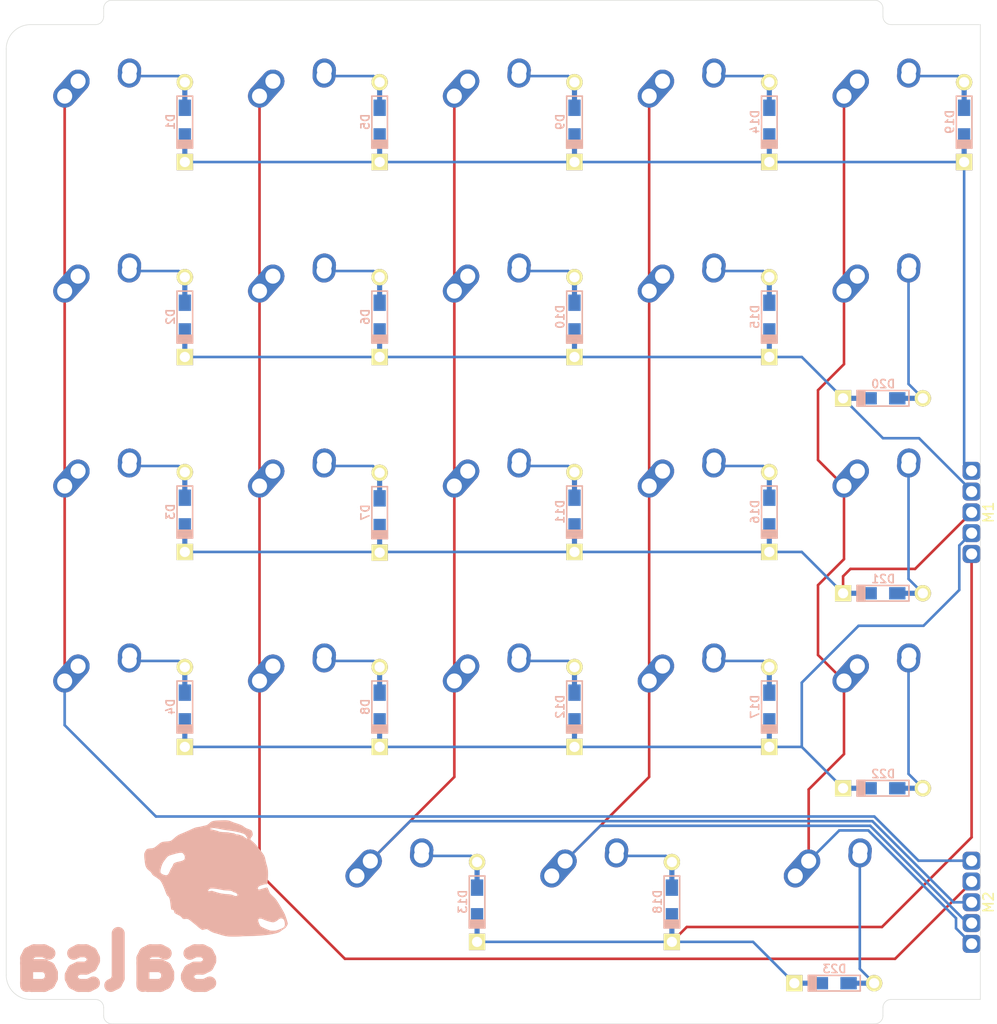
<source format=kicad_pcb>
(kicad_pcb (version 20171130) (host pcbnew "(5.1.12)-1")

  (general
    (thickness 1.6)
    (drawings 23)
    (tracks 123)
    (zones 0)
    (modules 49)
    (nets 34)
  )

  (page A4)
  (layers
    (0 F.Cu signal)
    (31 B.Cu signal)
    (32 B.Adhes user)
    (33 F.Adhes user)
    (34 B.Paste user)
    (35 F.Paste user)
    (36 B.SilkS user)
    (37 F.SilkS user)
    (38 B.Mask user)
    (39 F.Mask user)
    (40 Dwgs.User user)
    (41 Cmts.User user)
    (42 Eco1.User user)
    (43 Eco2.User user)
    (44 Edge.Cuts user)
    (45 Margin user)
    (46 B.CrtYd user)
    (47 F.CrtYd user)
    (48 B.Fab user)
    (49 F.Fab user)
  )

  (setup
    (last_trace_width 0.254)
    (trace_clearance 0.2)
    (zone_clearance 0.508)
    (zone_45_only no)
    (trace_min 0.2)
    (via_size 0.8)
    (via_drill 0.4)
    (via_min_size 0.4)
    (via_min_drill 0.3)
    (uvia_size 0.3)
    (uvia_drill 0.1)
    (uvias_allowed no)
    (uvia_min_size 0.2)
    (uvia_min_drill 0.1)
    (edge_width 0.05)
    (segment_width 0.2)
    (pcb_text_width 0.3)
    (pcb_text_size 1.5 1.5)
    (mod_edge_width 0.12)
    (mod_text_size 1 1)
    (mod_text_width 0.15)
    (pad_size 1.524 1.524)
    (pad_drill 0.762)
    (pad_to_mask_clearance 0)
    (aux_axis_origin 0 0)
    (visible_elements 7FFFFFFF)
    (pcbplotparams
      (layerselection 0x010f0_ffffffff)
      (usegerberextensions true)
      (usegerberattributes true)
      (usegerberadvancedattributes true)
      (creategerberjobfile false)
      (excludeedgelayer true)
      (linewidth 0.100000)
      (plotframeref false)
      (viasonmask false)
      (mode 1)
      (useauxorigin false)
      (hpglpennumber 1)
      (hpglpenspeed 20)
      (hpglpendiameter 15.000000)
      (psnegative false)
      (psa4output false)
      (plotreference true)
      (plotvalue true)
      (plotinvisibletext false)
      (padsonsilk false)
      (subtractmaskfromsilk true)
      (outputformat 1)
      (mirror false)
      (drillshape 0)
      (scaleselection 1)
      (outputdirectory "Gerbers/"))
  )

  (net 0 "")
  (net 1 "Net-(D1-Pad2)")
  (net 2 ROW0)
  (net 3 "Net-(D2-Pad2)")
  (net 4 ROW1)
  (net 5 "Net-(D3-Pad2)")
  (net 6 ROW2)
  (net 7 "Net-(D4-Pad2)")
  (net 8 ROW3)
  (net 9 "Net-(D5-Pad2)")
  (net 10 "Net-(D6-Pad2)")
  (net 11 "Net-(D7-Pad2)")
  (net 12 "Net-(D8-Pad2)")
  (net 13 "Net-(D9-Pad2)")
  (net 14 "Net-(D10-Pad2)")
  (net 15 "Net-(D11-Pad2)")
  (net 16 "Net-(D12-Pad2)")
  (net 17 "Net-(D13-Pad2)")
  (net 18 ROW4)
  (net 19 "Net-(D14-Pad2)")
  (net 20 "Net-(D15-Pad2)")
  (net 21 "Net-(D16-Pad2)")
  (net 22 "Net-(D17-Pad2)")
  (net 23 "Net-(D18-Pad2)")
  (net 24 "Net-(D19-Pad2)")
  (net 25 "Net-(D20-Pad2)")
  (net 26 "Net-(D21-Pad2)")
  (net 27 "Net-(D22-Pad2)")
  (net 28 "Net-(D23-Pad2)")
  (net 29 COL0)
  (net 30 COL1)
  (net 31 COL2)
  (net 32 COL3)
  (net 33 COL4)

  (net_class Default "This is the default net class."
    (clearance 0.2)
    (trace_width 0.254)
    (via_dia 0.8)
    (via_drill 0.4)
    (uvia_dia 0.3)
    (uvia_drill 0.1)
    (add_net COL0)
    (add_net COL1)
    (add_net COL2)
    (add_net COL3)
    (add_net COL4)
    (add_net "Net-(D1-Pad2)")
    (add_net "Net-(D10-Pad2)")
    (add_net "Net-(D11-Pad2)")
    (add_net "Net-(D12-Pad2)")
    (add_net "Net-(D13-Pad2)")
    (add_net "Net-(D14-Pad2)")
    (add_net "Net-(D15-Pad2)")
    (add_net "Net-(D16-Pad2)")
    (add_net "Net-(D17-Pad2)")
    (add_net "Net-(D18-Pad2)")
    (add_net "Net-(D19-Pad2)")
    (add_net "Net-(D2-Pad2)")
    (add_net "Net-(D20-Pad2)")
    (add_net "Net-(D21-Pad2)")
    (add_net "Net-(D22-Pad2)")
    (add_net "Net-(D23-Pad2)")
    (add_net "Net-(D3-Pad2)")
    (add_net "Net-(D4-Pad2)")
    (add_net "Net-(D5-Pad2)")
    (add_net "Net-(D6-Pad2)")
    (add_net "Net-(D7-Pad2)")
    (add_net "Net-(D8-Pad2)")
    (add_net "Net-(D9-Pad2)")
    (add_net ROW0)
    (add_net ROW1)
    (add_net ROW2)
    (add_net ROW3)
    (add_net ROW4)
  )

  (net_class Power ""
    (clearance 0.2)
    (trace_width 0.381)
    (via_dia 0.8)
    (via_drill 0.4)
    (uvia_dia 0.3)
    (uvia_drill 0.1)
  )

  (module sasha-small:B.SilkS_layer1 (layer F.Cu) (tedit 0) (tstamp 61D93043)
    (at 38.1 88.10625)
    (fp_text reference G*** (at 3.96875 15.875) (layer F.SilkS) hide
      (effects (font (size 1.524 1.524) (thickness 0.3)))
    )
    (fp_text value LOGO (at 3.96875 14.2875) (layer F.SilkS) hide
      (effects (font (size 1.524 1.524) (thickness 0.3)))
    )
    (fp_poly (pts (xy 4.86846 11.076776) (xy 4.973882 11.085457) (xy 5.066789 11.100212) (xy 5.154624 11.122072)
      (xy 5.24483 11.152072) (xy 5.34485 11.191244) (xy 5.403591 11.215742) (xy 5.492879 11.252677)
      (xy 5.572736 11.284353) (xy 5.631696 11.306288) (xy 5.6515 11.312698) (xy 5.775122 11.349156)
      (xy 5.910428 11.3928) (xy 6.047243 11.439993) (xy 6.175394 11.487096) (xy 6.284704 11.53047)
      (xy 6.365001 11.566478) (xy 6.373974 11.57105) (xy 6.46345 11.622976) (xy 6.555385 11.684581)
      (xy 6.619816 11.734311) (xy 6.710917 11.799388) (xy 6.825485 11.856706) (xy 6.923926 11.894763)
      (xy 7.083842 11.954771) (xy 7.20453 12.007724) (xy 7.288288 12.054798) (xy 7.337414 12.09717)
      (xy 7.347128 12.11162) (xy 7.377954 12.187707) (xy 7.404996 12.28631) (xy 7.423585 12.387621)
      (xy 7.429249 12.459974) (xy 7.423581 12.518923) (xy 7.401842 12.573555) (xy 7.35749 12.638851)
      (xy 7.343094 12.657344) (xy 7.27825 12.748309) (xy 7.229219 12.834842) (xy 7.201288 12.906815)
      (xy 7.196835 12.937445) (xy 7.212669 12.961777) (xy 7.254871 13.003853) (xy 7.315737 13.056296)
      (xy 7.346762 13.081) (xy 7.463664 13.178934) (xy 7.585668 13.293351) (xy 7.704055 13.415078)
      (xy 7.810106 13.53494) (xy 7.895103 13.643765) (xy 7.927621 13.692196) (xy 7.9795 13.767801)
      (xy 8.049496 13.859426) (xy 8.126334 13.952628) (xy 8.167184 13.999061) (xy 8.27948 14.131111)
      (xy 8.384997 14.270105) (xy 8.477354 14.406711) (xy 8.550169 14.531597) (xy 8.590724 14.618467)
      (xy 8.612888 14.686092) (xy 8.638202 14.780829) (xy 8.662939 14.888017) (xy 8.676887 14.957133)
      (xy 8.701396 15.07177) (xy 8.734978 15.208389) (xy 8.77299 15.348922) (xy 8.80666 15.46225)
      (xy 8.850173 15.615233) (xy 8.883465 15.767716) (xy 8.906848 15.925725) (xy 8.920636 16.095288)
      (xy 8.925141 16.282433) (xy 8.920676 16.493187) (xy 8.907554 16.733577) (xy 8.886625 17.003373)
      (xy 8.874422 17.130037) (xy 8.861327 17.219802) (xy 8.84472 17.278067) (xy 8.821981 17.310232)
      (xy 8.790488 17.321695) (xy 8.74762 17.317856) (xy 8.735242 17.315234) (xy 8.691834 17.311211)
      (xy 8.633888 17.317589) (xy 8.553693 17.335844) (xy 8.443538 17.367453) (xy 8.411865 17.377165)
      (xy 8.275138 17.420839) (xy 8.172827 17.457383) (xy 8.098299 17.490012) (xy 8.044921 17.521945)
      (xy 8.006061 17.556397) (xy 7.98291 17.58518) (xy 7.933966 17.673717) (xy 7.921738 17.745785)
      (xy 7.94305 17.799083) (xy 7.994724 17.831308) (xy 8.073583 17.840158) (xy 8.176451 17.823329)
      (xy 8.268402 17.792085) (xy 8.366758 17.756856) (xy 8.490926 17.719226) (xy 8.624934 17.683603)
      (xy 8.752813 17.654396) (xy 8.800847 17.645104) (xy 8.852388 17.641405) (xy 8.877541 17.657658)
      (xy 8.882629 17.669243) (xy 8.896091 17.702419) (xy 8.923394 17.764666) (xy 8.960417 17.846726)
      (xy 8.99824 17.928999) (xy 9.039141 18.019174) (xy 9.072405 18.096232) (xy 9.094428 18.151572)
      (xy 9.101667 18.175925) (xy 9.11629 18.197367) (xy 9.157012 18.242914) (xy 9.21911 18.307652)
      (xy 9.297862 18.386667) (xy 9.388544 18.475044) (xy 9.395795 18.482009) (xy 9.503304 18.586189)
      (xy 9.587325 18.671194) (xy 9.655591 18.746442) (xy 9.715832 18.821353) (xy 9.77578 18.905342)
      (xy 9.843166 19.007829) (xy 9.896831 19.092334) (xy 10.037298 19.317789) (xy 10.168538 19.533799)
      (xy 10.287701 19.735449) (xy 10.391938 19.917828) (xy 10.478401 20.076023) (xy 10.544241 20.205123)
      (xy 10.553615 20.22475) (xy 10.584727 20.297549) (xy 10.622251 20.395947) (xy 10.663715 20.512251)
      (xy 10.706645 20.638769) (xy 10.748571 20.767809) (xy 10.787018 20.891679) (xy 10.819515 21.002686)
      (xy 10.843589 21.093139) (xy 10.856769 21.155346) (xy 10.8585 21.173297) (xy 10.846808 21.220818)
      (xy 10.815755 21.291248) (xy 10.771374 21.373625) (xy 10.719698 21.456986) (xy 10.66676 21.530369)
      (xy 10.652378 21.547816) (xy 10.590615 21.607852) (xy 10.520032 21.659654) (xy 10.490771 21.675803)
      (xy 10.436131 21.70736) (xy 10.361426 21.7581) (xy 10.278697 21.819615) (xy 10.234084 21.855039)
      (xy 10.141458 21.926357) (xy 10.054211 21.982475) (xy 9.962141 22.02799) (xy 9.855046 22.067495)
      (xy 9.722727 22.105584) (xy 9.621151 22.131083) (xy 9.318108 22.196082) (xy 8.986931 22.250895)
      (xy 8.624983 22.295798) (xy 8.229622 22.331071) (xy 7.798209 22.356992) (xy 7.328106 22.373837)
      (xy 7.313084 22.374213) (xy 7.117795 22.379402) (xy 6.920978 22.38531) (xy 6.730284 22.391659)
      (xy 6.553366 22.39817) (xy 6.397873 22.404566) (xy 6.271458 22.41057) (xy 6.201834 22.414551)
      (xy 6.023435 22.423704) (xy 5.830648 22.429653) (xy 5.633158 22.432407) (xy 5.440652 22.431976)
      (xy 5.262816 22.428368) (xy 5.109336 22.421594) (xy 5.005917 22.413421) (xy 4.867162 22.395728)
      (xy 4.727913 22.370643) (xy 4.578649 22.335942) (xy 4.409853 22.289401) (xy 4.212004 22.228796)
      (xy 4.201584 22.225485) (xy 4.076971 22.186751) (xy 3.951917 22.14946) (xy 3.838547 22.117128)
      (xy 3.748987 22.093266) (xy 3.725334 22.087524) (xy 3.56629 22.039949) (xy 3.408962 21.969969)
      (xy 3.24312 21.87264) (xy 3.150611 21.809927) (xy 3.06169 21.75186) (xy 2.987753 21.712512)
      (xy 2.936813 21.69607) (xy 2.932256 21.695834) (xy 2.886666 21.700657) (xy 2.813026 21.713543)
      (xy 2.724311 21.732114) (xy 2.68611 21.740934) (xy 2.496346 21.786034) (xy 2.312947 21.661559)
      (xy 2.212949 21.589478) (xy 2.105408 21.505265) (xy 2.008756 21.423543) (xy 1.980232 21.397601)
      (xy 1.904181 21.329899) (xy 1.800998 21.242911) (xy 1.677748 21.142307) (xy 1.541493 21.033756)
      (xy 1.3993 20.922929) (xy 1.333956 20.873164) (xy 7.963308 20.873164) (xy 7.98739 20.98516)
      (xy 8.039223 21.124838) (xy 8.074963 21.204333) (xy 8.120574 21.298872) (xy 8.156323 21.363817)
      (xy 8.189217 21.408403) (xy 8.226261 21.441862) (xy 8.274462 21.47343) (xy 8.282983 21.478511)
      (xy 8.35411 21.516909) (xy 8.45025 21.56355) (xy 8.563632 21.6152) (xy 8.686487 21.668629)
      (xy 8.811043 21.720602) (xy 8.929531 21.767887) (xy 9.034179 21.807253) (xy 9.117218 21.835465)
      (xy 9.170877 21.849293) (xy 9.17575 21.849911) (xy 9.234942 21.853903) (xy 9.321626 21.857694)
      (xy 9.420962 21.860684) (xy 9.465783 21.861609) (xy 9.552172 21.862199) (xy 9.621302 21.859044)
      (xy 9.684864 21.849892) (xy 9.754547 21.832494) (xy 9.842041 21.8046) (xy 9.942033 21.769942)
      (xy 10.116784 21.706273) (xy 10.254988 21.65042) (xy 10.361174 21.599958) (xy 10.439872 21.552466)
      (xy 10.49561 21.505518) (xy 10.532917 21.45669) (xy 10.53536 21.452417) (xy 10.568328 21.360671)
      (xy 10.581662 21.24759) (xy 10.577143 21.123359) (xy 10.556553 20.998161) (xy 10.521672 20.882181)
      (xy 10.474281 20.785604) (xy 10.416161 20.718613) (xy 10.405742 20.71116) (xy 10.292959 20.658643)
      (xy 10.179593 20.648429) (xy 10.065781 20.680496) (xy 9.951659 20.754821) (xy 9.906 20.796333)
      (xy 9.78076 20.897915) (xy 9.639633 20.976269) (xy 9.496113 21.024374) (xy 9.452923 21.032091)
      (xy 9.381387 21.031392) (xy 9.278958 21.016189) (xy 9.15359 20.988789) (xy 9.013241 20.951503)
      (xy 8.865867 20.906639) (xy 8.719423 20.856508) (xy 8.581867 20.803418) (xy 8.461155 20.749679)
      (xy 8.434917 20.736606) (xy 8.343957 20.696005) (xy 8.262039 20.675957) (xy 8.173799 20.670458)
      (xy 8.097298 20.671804) (xy 8.049692 20.680153) (xy 8.017659 20.699397) (xy 7.99677 20.722167)
      (xy 7.966571 20.786338) (xy 7.963308 20.873164) (xy 1.333956 20.873164) (xy 1.258231 20.815493)
      (xy 1.209417 20.778988) (xy 1.112401 20.722873) (xy 1.00698 20.696631) (xy 0.882101 20.698084)
      (xy 0.832314 20.704645) (xy 0.71986 20.714146) (xy 0.635499 20.700181) (xy 0.570153 20.659547)
      (xy 0.517547 20.593526) (xy 0.480808 20.5422) (xy 0.43616 20.495833) (xy 0.377261 20.449987)
      (xy 0.297766 20.400225) (xy 0.191331 20.342107) (xy 0.06969 20.280199) (xy -0.027076 20.229832)
      (xy -0.110647 20.182442) (xy -0.173264 20.142717) (xy -0.207168 20.115339) (xy -0.210094 20.111272)
      (xy -0.227227 20.064741) (xy -0.242675 19.99993) (xy -0.245377 19.984427) (xy -0.265633 19.901987)
      (xy -0.299772 19.852342) (xy -0.356745 19.826242) (xy -0.406486 19.817937) (xy -0.471767 19.805779)
      (xy -0.509221 19.783018) (xy -0.529121 19.751294) (xy -0.539821 19.712397) (xy -0.553407 19.639513)
      (xy -0.568605 19.540783) (xy -0.58414 19.424348) (xy -0.595818 19.325167) (xy -0.622583 19.107489)
      (xy -0.650869 18.928314) (xy -0.681869 18.783813) (xy -0.716776 18.670158) (xy -0.756782 18.58352)
      (xy -0.803079 18.520071) (xy -0.856862 18.47598) (xy -0.86115 18.473394) (xy -0.893271 18.452646)
      (xy -0.920552 18.428549) (xy -0.946004 18.395406) (xy -0.972638 18.347523) (xy -1.003464 18.279206)
      (xy -1.041492 18.18476) (xy -1.089733 18.05849) (xy -1.112584 17.997739) (xy -1.129093 17.954796)
      (xy 3.069879 17.954796) (xy 3.082555 17.995717) (xy 3.09196 18.003256) (xy 3.122466 18.006705)
      (xy 3.182801 18.00317) (xy 3.261183 17.993449) (xy 3.280058 17.990498) (xy 3.445362 17.963653)
      (xy 3.791723 18.073156) (xy 4.012236 18.139736) (xy 4.207689 18.191024) (xy 4.3914 18.229586)
      (xy 4.576692 18.257991) (xy 4.776883 18.278803) (xy 4.910667 18.288779) (xy 5.089818 18.302841)
      (xy 5.234578 18.319798) (xy 5.352872 18.341263) (xy 5.452622 18.368849) (xy 5.541753 18.404169)
      (xy 5.587292 18.426522) (xy 5.699944 18.46909) (xy 5.806826 18.47348) (xy 5.881175 18.455263)
      (xy 5.931632 18.422031) (xy 5.949018 18.373898) (xy 5.937092 18.316839) (xy 5.899611 18.256826)
      (xy 5.840334 18.199833) (xy 5.763019 18.151833) (xy 5.671425 18.118801) (xy 5.669151 18.118258)
      (xy 5.594135 18.096101) (xy 5.528397 18.069239) (xy 5.503334 18.055065) (xy 5.440152 18.013137)
      (xy 5.384492 17.982451) (xy 5.327585 17.960916) (xy 5.260664 17.946442) (xy 5.174962 17.936938)
      (xy 5.061712 17.930314) (xy 4.963584 17.926353) (xy 4.815451 17.919348) (xy 4.689026 17.909209)
      (xy 4.569209 17.893963) (xy 4.440901 17.871637) (xy 4.289003 17.840256) (xy 4.265084 17.835047)
      (xy 4.07047 17.796655) (xy 3.877637 17.766373) (xy 3.694667 17.745006) (xy 3.529644 17.733355)
      (xy 3.390652 17.732225) (xy 3.303342 17.739477) (xy 3.225334 17.761388) (xy 3.160708 17.8078)
      (xy 3.1393 17.82985) (xy 3.089376 17.897374) (xy 3.069879 17.954796) (xy -1.129093 17.954796)
      (xy -1.211565 17.740279) (xy -1.301237 17.520915) (xy -1.383093 17.33681) (xy -1.458627 17.185129)
      (xy -1.529332 17.063035) (xy -1.596701 16.967691) (xy -1.662228 16.896263) (xy -1.714741 16.854151)
      (xy -1.781946 16.80615) (xy -1.859154 16.747669) (xy -1.900503 16.714907) (xy -1.974844 16.659677)
      (xy -2.055029 16.607517) (xy -2.0955 16.584582) (xy -2.227134 16.507706) (xy -2.325048 16.429291)
      (xy -2.397451 16.341967) (xy -2.431875 16.282597) (xy -2.490419 16.184988) (xy -2.550926 16.113978)
      (xy -1.599177 16.113978) (xy -1.594251 16.153454) (xy -1.564484 16.210521) (xy -1.502287 16.271192)
      (xy -1.416402 16.329234) (xy -1.315573 16.378411) (xy -1.243854 16.403341) (xy -1.121001 16.433287)
      (xy -1.026052 16.442474) (xy -0.950185 16.431202) (xy -0.910113 16.414723) (xy -0.857953 16.370987)
      (xy -0.79951 16.293963) (xy -0.739404 16.191268) (xy -0.682254 16.070518) (xy -0.647094 15.981031)
      (xy -0.610914 15.893844) (xy -0.568725 15.811232) (xy -0.530367 15.752067) (xy -0.481204 15.680816)
      (xy -0.428096 15.588935) (xy -0.378846 15.491503) (xy -0.341255 15.4036) (xy -0.326702 15.35845)
      (xy -0.290206 15.298517) (xy -0.212223 15.242641) (xy -0.093432 15.191115) (xy 0.065488 15.144234)
      (xy 0.263858 15.102292) (xy 0.264584 15.102161) (xy 0.415006 15.06778) (xy 0.549363 15.023096)
      (xy 0.659263 14.971492) (xy 0.736314 14.916351) (xy 0.743481 14.909098) (xy 0.774032 14.864671)
      (xy 0.791807 14.803946) (xy 0.800322 14.72428) (xy 0.796541 14.608709) (xy 0.76612 14.506658)
      (xy 0.70452 14.407097) (xy 0.63833 14.33078) (xy 0.556888 14.245167) (xy 0.393096 14.245167)
      (xy 0.323152 14.247033) (xy 0.251243 14.253506) (xy 0.171296 14.265893) (xy 0.077237 14.285503)
      (xy -0.037009 14.313647) (xy -0.177513 14.351632) (xy -0.350351 14.400769) (xy -0.41275 14.418849)
      (xy -0.547195 14.458564) (xy -0.648318 14.490497) (xy -0.723684 14.517823) (xy -0.780864 14.543714)
      (xy -0.827426 14.571343) (xy -0.870936 14.603883) (xy -0.888258 14.618208) (xy -0.930042 14.66019)
      (xy -0.989479 14.728786) (xy -1.060166 14.815778) (xy -1.1357 14.912945) (xy -1.209675 15.01207)
      (xy -1.275689 15.104932) (xy -1.322447 15.17548) (xy -1.385925 15.291546) (xy -1.445596 15.428637)
      (xy -1.498956 15.577739) (xy -1.5435 15.729838) (xy -1.576721 15.875921) (xy -1.596115 16.006972)
      (xy -1.599177 16.113978) (xy -2.550926 16.113978) (xy -2.564073 16.098549) (xy -2.662878 16.012288)
      (xy -2.714395 15.973394) (xy -2.829305 15.876756) (xy -2.918275 15.769683) (xy -2.994266 15.63648)
      (xy -2.996641 15.631584) (xy -3.022575 15.574742) (xy -3.043393 15.519375) (xy -3.060854 15.457607)
      (xy -3.076719 15.381563) (xy -3.092746 15.283367) (xy -3.110694 15.155144) (xy -3.121602 15.072206)
      (xy -3.138764 14.930716) (xy -3.153636 14.790289) (xy -3.165264 14.661404) (xy -3.172692 14.554538)
      (xy -3.175 14.48597) (xy -3.173451 14.396314) (xy -3.166007 14.329802) (xy -3.148474 14.269641)
      (xy -3.116654 14.199039) (xy -3.090454 14.147565) (xy -3.047772 14.068234) (xy -3.008191 14.000135)
      (xy -2.978484 13.954751) (xy -2.972113 13.946841) (xy -2.914518 13.899236) (xy -2.83601 13.864052)
      (xy -2.730181 13.839383) (xy -2.590618 13.823321) (xy -2.546196 13.820206) (xy -2.439744 13.812071)
      (xy -2.352524 13.800089) (xy -2.276771 13.780553) (xy -2.204718 13.749759) (xy -2.1286 13.704)
      (xy -2.040649 13.639571) (xy -1.933101 13.552766) (xy -1.862666 13.494046) (xy -1.741363 13.393349)
      (xy -1.642979 13.316476) (xy -1.558312 13.259676) (xy -1.478161 13.219199) (xy -1.393324 13.191295)
      (xy -1.294599 13.172213) (xy -1.172784 13.158203) (xy -1.018678 13.145514) (xy -1.00493 13.144463)
      (xy -0.852044 13.131311) (xy -0.732262 13.115823) (xy -0.636371 13.094447) (xy -0.555161 13.063631)
      (xy -0.479418 13.019823) (xy -0.39993 12.959471) (xy -0.307487 12.879023) (xy -0.300748 12.872958)
      (xy -0.186627 12.771014) (xy -0.090319 12.688389) (xy -0.00441 12.620621) (xy 0.078511 12.563244)
      (xy 0.165859 12.511796) (xy 0.265046 12.461813) (xy 0.383484 12.408832) (xy 0.528588 12.348388)
      (xy 0.656167 12.296763) (xy 0.794634 12.239315) (xy 0.954624 12.17018) (xy 1.119783 12.096585)
      (xy 1.273759 12.025753) (xy 1.332188 11.998075) (xy 1.504276 11.917463) (xy 3.227528 11.917463)
      (xy 3.239411 11.930716) (xy 3.281119 11.944063) (xy 3.296894 11.947178) (xy 3.400703 11.967366)
      (xy 3.522509 11.994323) (xy 3.653346 12.025711) (xy 3.784246 12.059192) (xy 3.906241 12.092427)
      (xy 4.010364 12.123079) (xy 4.087648 12.148809) (xy 4.118393 12.161378) (xy 4.159447 12.179325)
      (xy 4.202093 12.193187) (xy 4.253378 12.203912) (xy 4.32035 12.21245) (xy 4.410056 12.219748)
      (xy 4.529545 12.226756) (xy 4.647559 12.232613) (xy 4.782059 12.240024) (xy 4.906592 12.248757)
      (xy 5.013246 12.258109) (xy 5.094108 12.26738) (xy 5.141262 12.275868) (xy 5.1435 12.276543)
      (xy 5.198243 12.289257) (xy 5.280646 12.302693) (xy 5.376142 12.314599) (xy 5.413802 12.318342)
      (xy 5.51528 12.329551) (xy 5.588292 12.343768) (xy 5.646697 12.364915) (xy 5.704352 12.396914)
      (xy 5.714818 12.40355) (xy 5.784778 12.443665) (xy 5.836911 12.459845) (xy 5.882411 12.457006)
      (xy 5.941163 12.45549) (xy 6.025003 12.467989) (xy 6.125138 12.491553) (xy 6.232775 12.523234)
      (xy 6.339122 12.560085) (xy 6.435385 12.599157) (xy 6.512773 12.637502) (xy 6.562491 12.672172)
      (xy 6.575122 12.689269) (xy 6.597566 12.710943) (xy 6.647426 12.744985) (xy 6.714003 12.785337)
      (xy 6.786599 12.825943) (xy 6.854517 12.860747) (xy 6.907058 12.883693) (xy 6.928712 12.889442)
      (xy 6.927022 12.872693) (xy 6.908255 12.826682) (xy 6.875827 12.759193) (xy 6.847871 12.705292)
      (xy 6.799911 12.620136) (xy 6.752896 12.545002) (xy 6.713923 12.490884) (xy 6.698887 12.474422)
      (xy 6.625475 12.425261) (xy 6.513592 12.374373) (xy 6.367014 12.322686) (xy 6.189519 12.271123)
      (xy 5.984886 12.220611) (xy 5.756893 12.172075) (xy 5.509317 12.12644) (xy 5.245937 12.084632)
      (xy 4.97053 12.047576) (xy 4.942417 12.044161) (xy 4.802273 12.025595) (xy 4.653425 12.003007)
      (xy 4.511377 11.978923) (xy 4.391635 11.955869) (xy 4.364408 11.949985) (xy 4.134798 11.901176)
      (xy 3.937964 11.86451) (xy 3.77612 11.840348) (xy 3.65148 11.82905) (xy 3.617849 11.828203)
      (xy 3.547364 11.832852) (xy 3.463604 11.845317) (xy 3.378099 11.86296) (xy 3.302375 11.883145)
      (xy 3.247962 11.903237) (xy 3.227528 11.917463) (xy 1.504276 11.917463) (xy 1.506343 11.916495)
      (xy 1.650847 11.853432) (xy 1.772817 11.806424) (xy 1.879372 11.773005) (xy 1.977628 11.750713)
      (xy 2.074703 11.737084) (xy 2.090689 11.735535) (xy 2.173399 11.723931) (xy 2.280028 11.703333)
      (xy 2.394012 11.677132) (xy 2.459239 11.660078) (xy 2.565116 11.632554) (xy 2.669023 11.608446)
      (xy 2.756428 11.590989) (xy 2.797906 11.584694) (xy 2.922607 11.550932) (xy 3.051339 11.479976)
      (xy 3.177587 11.375627) (xy 3.20675 11.346082) (xy 3.273857 11.283341) (xy 3.348235 11.231127)
      (xy 3.434352 11.188434) (xy 3.536673 11.154258) (xy 3.659665 11.127591) (xy 3.807794 11.10743)
      (xy 3.985525 11.092768) (xy 4.197326 11.0826) (xy 4.402667 11.076843) (xy 4.590295 11.073502)
      (xy 4.743079 11.073135) (xy 4.86846 11.076776)) (layer B.SilkS) (width 0.01))
  )

  (module MX_Alps_Hybrid:MX-1U-NoLED (layer F.Cu) (tedit 5A9F5203) (tstamp 61D28F59)
    (at 50.00625 69.05625)
    (path /61D5DFD3)
    (fp_text reference MX7 (at 0 3.175) (layer Dwgs.User)
      (effects (font (size 1 1) (thickness 0.15)))
    )
    (fp_text value MX-NoLED (at 0 -7.9375) (layer Dwgs.User)
      (effects (font (size 1 1) (thickness 0.15)))
    )
    (fp_line (start -9.525 9.525) (end -9.525 -9.525) (layer Dwgs.User) (width 0.15))
    (fp_line (start 9.525 9.525) (end -9.525 9.525) (layer Dwgs.User) (width 0.15))
    (fp_line (start 9.525 -9.525) (end 9.525 9.525) (layer Dwgs.User) (width 0.15))
    (fp_line (start -9.525 -9.525) (end 9.525 -9.525) (layer Dwgs.User) (width 0.15))
    (fp_line (start -7 -7) (end -7 -5) (layer Dwgs.User) (width 0.15))
    (fp_line (start -5 -7) (end -7 -7) (layer Dwgs.User) (width 0.15))
    (fp_line (start -7 7) (end -5 7) (layer Dwgs.User) (width 0.15))
    (fp_line (start -7 5) (end -7 7) (layer Dwgs.User) (width 0.15))
    (fp_line (start 7 7) (end 7 5) (layer Dwgs.User) (width 0.15))
    (fp_line (start 5 7) (end 7 7) (layer Dwgs.User) (width 0.15))
    (fp_line (start 7 -7) (end 7 -5) (layer Dwgs.User) (width 0.15))
    (fp_line (start 5 -7) (end 7 -7) (layer Dwgs.User) (width 0.15))
    (pad "" np_thru_hole circle (at 5.08 0 48.0996) (size 1.75 1.75) (drill 1.75) (layers *.Cu *.Mask))
    (pad "" np_thru_hole circle (at -5.08 0 48.0996) (size 1.75 1.75) (drill 1.75) (layers *.Cu *.Mask))
    (pad 1 thru_hole circle (at -2.5 -4) (size 2.25 2.25) (drill 1.47) (layers *.Cu B.Mask)
      (net 30 COL1))
    (pad "" np_thru_hole circle (at 0 0) (size 3.9878 3.9878) (drill 3.9878) (layers *.Cu *.Mask))
    (pad 1 thru_hole oval (at -3.81 -2.54 48.0996) (size 4.211556 2.25) (drill 1.47 (offset 0.980778 0)) (layers *.Cu B.Mask)
      (net 30 COL1))
    (pad 2 thru_hole circle (at 2.54 -5.08) (size 2.25 2.25) (drill 1.47) (layers *.Cu B.Mask)
      (net 11 "Net-(D7-Pad2)"))
    (pad 2 thru_hole oval (at 2.5 -4.5 86.0548) (size 2.831378 2.25) (drill 1.47 (offset 0.290689 0)) (layers *.Cu B.Mask)
      (net 11 "Net-(D7-Pad2)"))
  )

  (module Keebio-Parts:Diode-Hybrid-Back (layer F.Cu) (tedit 5B1AAB68) (tstamp 61D51EB0)
    (at 102.39375 115.09375 180)
    (path /61D64960)
    (attr smd)
    (fp_text reference D23 (at -0.0254 1.4) (layer B.SilkS)
      (effects (font (size 0.8 0.8) (thickness 0.15)) (justify mirror))
    )
    (fp_text value D_Small (at 0 -1.925) (layer F.SilkS) hide
      (effects (font (size 0.8 0.8) (thickness 0.15)))
    )
    (fp_line (start 1.778 0.762) (end 1.778 -0.762) (layer B.SilkS) (width 0.15))
    (fp_line (start 1.905 0.762) (end 1.905 -0.762) (layer B.SilkS) (width 0.15))
    (fp_line (start 2.032 -0.762) (end 2.032 0.762) (layer B.SilkS) (width 0.15))
    (fp_line (start 2.413 0.762) (end 2.413 -0.762) (layer B.SilkS) (width 0.15))
    (fp_line (start 2.286 -0.762) (end 2.286 0.762) (layer B.SilkS) (width 0.15))
    (fp_line (start 2.159 0.762) (end 2.159 -0.762) (layer B.SilkS) (width 0.15))
    (fp_line (start -2.54 -0.762) (end -2.54 0.762) (layer B.SilkS) (width 0.15))
    (fp_line (start 2.54 -0.762) (end -2.54 -0.762) (layer B.SilkS) (width 0.15))
    (fp_line (start 2.54 0.762) (end 2.54 -0.762) (layer B.SilkS) (width 0.15))
    (fp_line (start -2.54 0.762) (end 2.54 0.762) (layer B.SilkS) (width 0.15))
    (pad 1 thru_hole rect (at 3.9 0 180) (size 1.6 1.6) (drill 1) (layers *.Cu *.Mask F.SilkS)
      (net 18 ROW4))
    (pad 2 thru_hole circle (at -3.9 0 180) (size 1.6 1.6) (drill 1) (layers *.Cu *.Mask F.SilkS)
      (net 28 "Net-(D23-Pad2)"))
    (pad 1 smd rect (at 2.5 0 180) (size 2.9 0.5) (layers B.Cu)
      (net 18 ROW4))
    (pad 1 smd rect (at 1.4 0 180) (size 1.6 1.2) (layers B.Cu B.Paste B.Mask)
      (net 18 ROW4))
    (pad 2 smd rect (at -1.4 0 180) (size 1.6 1.2) (layers B.Cu B.Paste B.Mask)
      (net 28 "Net-(D23-Pad2)"))
    (pad 2 smd rect (at -2.5 0 180) (size 2.9 0.5) (layers B.Cu)
      (net 28 "Net-(D23-Pad2)"))
    (model ${KISYS3DMOD}/Diodes_SMD.3dshapes/D_SOD-123.step
      (offset (xyz 0 0 -1.8))
      (scale (xyz 1 1 1))
      (rotate (xyz 0 180 0))
    )
  )

  (module Keebio-Parts:Diode-Hybrid-Back (layer F.Cu) (tedit 5B1AAB68) (tstamp 61D51E97)
    (at 107.15625 96.04375 180)
    (path /61D643F0)
    (attr smd)
    (fp_text reference D22 (at -0.0254 1.4 180) (layer B.SilkS)
      (effects (font (size 0.8 0.8) (thickness 0.15)) (justify mirror))
    )
    (fp_text value D_Small (at 0 -1.925 180) (layer F.SilkS) hide
      (effects (font (size 0.8 0.8) (thickness 0.15)))
    )
    (fp_line (start 1.778 0.762) (end 1.778 -0.762) (layer B.SilkS) (width 0.15))
    (fp_line (start 1.905 0.762) (end 1.905 -0.762) (layer B.SilkS) (width 0.15))
    (fp_line (start 2.032 -0.762) (end 2.032 0.762) (layer B.SilkS) (width 0.15))
    (fp_line (start 2.413 0.762) (end 2.413 -0.762) (layer B.SilkS) (width 0.15))
    (fp_line (start 2.286 -0.762) (end 2.286 0.762) (layer B.SilkS) (width 0.15))
    (fp_line (start 2.159 0.762) (end 2.159 -0.762) (layer B.SilkS) (width 0.15))
    (fp_line (start -2.54 -0.762) (end -2.54 0.762) (layer B.SilkS) (width 0.15))
    (fp_line (start 2.54 -0.762) (end -2.54 -0.762) (layer B.SilkS) (width 0.15))
    (fp_line (start 2.54 0.762) (end 2.54 -0.762) (layer B.SilkS) (width 0.15))
    (fp_line (start -2.54 0.762) (end 2.54 0.762) (layer B.SilkS) (width 0.15))
    (pad 1 thru_hole rect (at 3.9 0 180) (size 1.6 1.6) (drill 1) (layers *.Cu *.Mask F.SilkS)
      (net 8 ROW3))
    (pad 2 thru_hole circle (at -3.9 0 180) (size 1.6 1.6) (drill 1) (layers *.Cu *.Mask F.SilkS)
      (net 27 "Net-(D22-Pad2)"))
    (pad 1 smd rect (at 2.5 0 180) (size 2.9 0.5) (layers B.Cu)
      (net 8 ROW3))
    (pad 1 smd rect (at 1.4 0 180) (size 1.6 1.2) (layers B.Cu B.Paste B.Mask)
      (net 8 ROW3))
    (pad 2 smd rect (at -1.4 0 180) (size 1.6 1.2) (layers B.Cu B.Paste B.Mask)
      (net 27 "Net-(D22-Pad2)"))
    (pad 2 smd rect (at -2.5 0 180) (size 2.9 0.5) (layers B.Cu)
      (net 27 "Net-(D22-Pad2)"))
    (model ${KISYS3DMOD}/Diodes_SMD.3dshapes/D_SOD-123.step
      (offset (xyz 0 0 -1.8))
      (scale (xyz 1 1 1))
      (rotate (xyz 0 180 0))
    )
  )

  (module Keebio-Parts:Diode-Hybrid-Back (layer F.Cu) (tedit 5B1AAB68) (tstamp 61D51E7E)
    (at 107.15625 76.99375 180)
    (path /61D6118D)
    (attr smd)
    (fp_text reference D21 (at -0.0254 1.4) (layer B.SilkS)
      (effects (font (size 0.8 0.8) (thickness 0.15)) (justify mirror))
    )
    (fp_text value D_Small (at 0 -1.925) (layer F.SilkS) hide
      (effects (font (size 0.8 0.8) (thickness 0.15)))
    )
    (fp_line (start 1.778 0.762) (end 1.778 -0.762) (layer B.SilkS) (width 0.15))
    (fp_line (start 1.905 0.762) (end 1.905 -0.762) (layer B.SilkS) (width 0.15))
    (fp_line (start 2.032 -0.762) (end 2.032 0.762) (layer B.SilkS) (width 0.15))
    (fp_line (start 2.413 0.762) (end 2.413 -0.762) (layer B.SilkS) (width 0.15))
    (fp_line (start 2.286 -0.762) (end 2.286 0.762) (layer B.SilkS) (width 0.15))
    (fp_line (start 2.159 0.762) (end 2.159 -0.762) (layer B.SilkS) (width 0.15))
    (fp_line (start -2.54 -0.762) (end -2.54 0.762) (layer B.SilkS) (width 0.15))
    (fp_line (start 2.54 -0.762) (end -2.54 -0.762) (layer B.SilkS) (width 0.15))
    (fp_line (start 2.54 0.762) (end 2.54 -0.762) (layer B.SilkS) (width 0.15))
    (fp_line (start -2.54 0.762) (end 2.54 0.762) (layer B.SilkS) (width 0.15))
    (pad 1 thru_hole rect (at 3.9 0 180) (size 1.6 1.6) (drill 1) (layers *.Cu *.Mask F.SilkS)
      (net 6 ROW2))
    (pad 2 thru_hole circle (at -3.9 0 180) (size 1.6 1.6) (drill 1) (layers *.Cu *.Mask F.SilkS)
      (net 26 "Net-(D21-Pad2)"))
    (pad 1 smd rect (at 2.5 0 180) (size 2.9 0.5) (layers B.Cu)
      (net 6 ROW2))
    (pad 1 smd rect (at 1.4 0 180) (size 1.6 1.2) (layers B.Cu B.Paste B.Mask)
      (net 6 ROW2))
    (pad 2 smd rect (at -1.4 0 180) (size 1.6 1.2) (layers B.Cu B.Paste B.Mask)
      (net 26 "Net-(D21-Pad2)"))
    (pad 2 smd rect (at -2.5 0 180) (size 2.9 0.5) (layers B.Cu)
      (net 26 "Net-(D21-Pad2)"))
    (model ${KISYS3DMOD}/Diodes_SMD.3dshapes/D_SOD-123.step
      (offset (xyz 0 0 -1.8))
      (scale (xyz 1 1 1))
      (rotate (xyz 0 180 0))
    )
  )

  (module Keebio-Parts:Diode-Hybrid-Back (layer F.Cu) (tedit 5B1AAB68) (tstamp 61D51E65)
    (at 107.15625 57.94375 180)
    (path /61D5DFFA)
    (attr smd)
    (fp_text reference D20 (at -0.0254 1.4) (layer B.SilkS)
      (effects (font (size 0.8 0.8) (thickness 0.15)) (justify mirror))
    )
    (fp_text value D_Small (at 0 -1.925) (layer F.SilkS) hide
      (effects (font (size 0.8 0.8) (thickness 0.15)))
    )
    (fp_line (start 1.778 0.762) (end 1.778 -0.762) (layer B.SilkS) (width 0.15))
    (fp_line (start 1.905 0.762) (end 1.905 -0.762) (layer B.SilkS) (width 0.15))
    (fp_line (start 2.032 -0.762) (end 2.032 0.762) (layer B.SilkS) (width 0.15))
    (fp_line (start 2.413 0.762) (end 2.413 -0.762) (layer B.SilkS) (width 0.15))
    (fp_line (start 2.286 -0.762) (end 2.286 0.762) (layer B.SilkS) (width 0.15))
    (fp_line (start 2.159 0.762) (end 2.159 -0.762) (layer B.SilkS) (width 0.15))
    (fp_line (start -2.54 -0.762) (end -2.54 0.762) (layer B.SilkS) (width 0.15))
    (fp_line (start 2.54 -0.762) (end -2.54 -0.762) (layer B.SilkS) (width 0.15))
    (fp_line (start 2.54 0.762) (end 2.54 -0.762) (layer B.SilkS) (width 0.15))
    (fp_line (start -2.54 0.762) (end 2.54 0.762) (layer B.SilkS) (width 0.15))
    (pad 1 thru_hole rect (at 3.9 0 180) (size 1.6 1.6) (drill 1) (layers *.Cu *.Mask F.SilkS)
      (net 4 ROW1))
    (pad 2 thru_hole circle (at -3.9 0 180) (size 1.6 1.6) (drill 1) (layers *.Cu *.Mask F.SilkS)
      (net 25 "Net-(D20-Pad2)"))
    (pad 1 smd rect (at 2.5 0 180) (size 2.9 0.5) (layers B.Cu)
      (net 4 ROW1))
    (pad 1 smd rect (at 1.4 0 180) (size 1.6 1.2) (layers B.Cu B.Paste B.Mask)
      (net 4 ROW1))
    (pad 2 smd rect (at -1.4 0 180) (size 1.6 1.2) (layers B.Cu B.Paste B.Mask)
      (net 25 "Net-(D20-Pad2)"))
    (pad 2 smd rect (at -2.5 0 180) (size 2.9 0.5) (layers B.Cu)
      (net 25 "Net-(D20-Pad2)"))
    (model ${KISYS3DMOD}/Diodes_SMD.3dshapes/D_SOD-123.step
      (offset (xyz 0 0 -1.8))
      (scale (xyz 1 1 1))
      (rotate (xyz 0 180 0))
    )
  )

  (module Keebio-Parts:Diode-Hybrid-Back (layer F.Cu) (tedit 5B1AAB68) (tstamp 61D51E4C)
    (at 115.09375 30.95625 270)
    (path /61D5D9F4)
    (attr smd)
    (fp_text reference D19 (at -0.0254 1.4 270) (layer B.SilkS)
      (effects (font (size 0.8 0.8) (thickness 0.15)) (justify mirror))
    )
    (fp_text value D_Small (at 0 -1.925 270) (layer F.SilkS) hide
      (effects (font (size 0.8 0.8) (thickness 0.15)))
    )
    (fp_line (start 1.778 0.762) (end 1.778 -0.762) (layer B.SilkS) (width 0.15))
    (fp_line (start 1.905 0.762) (end 1.905 -0.762) (layer B.SilkS) (width 0.15))
    (fp_line (start 2.032 -0.762) (end 2.032 0.762) (layer B.SilkS) (width 0.15))
    (fp_line (start 2.413 0.762) (end 2.413 -0.762) (layer B.SilkS) (width 0.15))
    (fp_line (start 2.286 -0.762) (end 2.286 0.762) (layer B.SilkS) (width 0.15))
    (fp_line (start 2.159 0.762) (end 2.159 -0.762) (layer B.SilkS) (width 0.15))
    (fp_line (start -2.54 -0.762) (end -2.54 0.762) (layer B.SilkS) (width 0.15))
    (fp_line (start 2.54 -0.762) (end -2.54 -0.762) (layer B.SilkS) (width 0.15))
    (fp_line (start 2.54 0.762) (end 2.54 -0.762) (layer B.SilkS) (width 0.15))
    (fp_line (start -2.54 0.762) (end 2.54 0.762) (layer B.SilkS) (width 0.15))
    (pad 1 thru_hole rect (at 3.9 0 270) (size 1.6 1.6) (drill 1) (layers *.Cu *.Mask F.SilkS)
      (net 2 ROW0))
    (pad 2 thru_hole circle (at -3.9 0 270) (size 1.6 1.6) (drill 1) (layers *.Cu *.Mask F.SilkS)
      (net 24 "Net-(D19-Pad2)"))
    (pad 1 smd rect (at 2.5 0 270) (size 2.9 0.5) (layers B.Cu)
      (net 2 ROW0))
    (pad 1 smd rect (at 1.4 0 270) (size 1.6 1.2) (layers B.Cu B.Paste B.Mask)
      (net 2 ROW0))
    (pad 2 smd rect (at -1.4 0 270) (size 1.6 1.2) (layers B.Cu B.Paste B.Mask)
      (net 24 "Net-(D19-Pad2)"))
    (pad 2 smd rect (at -2.5 0 270) (size 2.9 0.5) (layers B.Cu)
      (net 24 "Net-(D19-Pad2)"))
    (model ${KISYS3DMOD}/Diodes_SMD.3dshapes/D_SOD-123.step
      (offset (xyz 0 0 -1.8))
      (scale (xyz 1 1 1))
      (rotate (xyz 0 180 0))
    )
  )

  (module Keebio-Parts:Diode-Hybrid-Back (layer F.Cu) (tedit 5B1AAB68) (tstamp 61D51E33)
    (at 86.51875 107.15625 270)
    (path /61D6505B)
    (attr smd)
    (fp_text reference D18 (at -0.0254 1.4 270) (layer B.SilkS)
      (effects (font (size 0.8 0.8) (thickness 0.15)) (justify mirror))
    )
    (fp_text value D_Small (at 0 -1.925 270) (layer F.SilkS) hide
      (effects (font (size 0.8 0.8) (thickness 0.15)))
    )
    (fp_line (start 1.778 0.762) (end 1.778 -0.762) (layer B.SilkS) (width 0.15))
    (fp_line (start 1.905 0.762) (end 1.905 -0.762) (layer B.SilkS) (width 0.15))
    (fp_line (start 2.032 -0.762) (end 2.032 0.762) (layer B.SilkS) (width 0.15))
    (fp_line (start 2.413 0.762) (end 2.413 -0.762) (layer B.SilkS) (width 0.15))
    (fp_line (start 2.286 -0.762) (end 2.286 0.762) (layer B.SilkS) (width 0.15))
    (fp_line (start 2.159 0.762) (end 2.159 -0.762) (layer B.SilkS) (width 0.15))
    (fp_line (start -2.54 -0.762) (end -2.54 0.762) (layer B.SilkS) (width 0.15))
    (fp_line (start 2.54 -0.762) (end -2.54 -0.762) (layer B.SilkS) (width 0.15))
    (fp_line (start 2.54 0.762) (end 2.54 -0.762) (layer B.SilkS) (width 0.15))
    (fp_line (start -2.54 0.762) (end 2.54 0.762) (layer B.SilkS) (width 0.15))
    (pad 1 thru_hole rect (at 3.9 0 270) (size 1.6 1.6) (drill 1) (layers *.Cu *.Mask F.SilkS)
      (net 18 ROW4))
    (pad 2 thru_hole circle (at -3.9 0 270) (size 1.6 1.6) (drill 1) (layers *.Cu *.Mask F.SilkS)
      (net 23 "Net-(D18-Pad2)"))
    (pad 1 smd rect (at 2.5 0 270) (size 2.9 0.5) (layers B.Cu)
      (net 18 ROW4))
    (pad 1 smd rect (at 1.4 0 270) (size 1.6 1.2) (layers B.Cu B.Paste B.Mask)
      (net 18 ROW4))
    (pad 2 smd rect (at -1.4 0 270) (size 1.6 1.2) (layers B.Cu B.Paste B.Mask)
      (net 23 "Net-(D18-Pad2)"))
    (pad 2 smd rect (at -2.5 0 270) (size 2.9 0.5) (layers B.Cu)
      (net 23 "Net-(D18-Pad2)"))
    (model ${KISYS3DMOD}/Diodes_SMD.3dshapes/D_SOD-123.step
      (offset (xyz 0 0 -1.8))
      (scale (xyz 1 1 1))
      (rotate (xyz 0 180 0))
    )
  )

  (module Keebio-Parts:Diode-Hybrid-Back (layer F.Cu) (tedit 5B1AAB68) (tstamp 61D51E1A)
    (at 96.04375 88.10625 270)
    (path /61D63C9A)
    (attr smd)
    (fp_text reference D17 (at -0.0254 1.4 270) (layer B.SilkS)
      (effects (font (size 0.8 0.8) (thickness 0.15)) (justify mirror))
    )
    (fp_text value D_Small (at 0 -1.925 270) (layer F.SilkS) hide
      (effects (font (size 0.8 0.8) (thickness 0.15)))
    )
    (fp_line (start 1.778 0.762) (end 1.778 -0.762) (layer B.SilkS) (width 0.15))
    (fp_line (start 1.905 0.762) (end 1.905 -0.762) (layer B.SilkS) (width 0.15))
    (fp_line (start 2.032 -0.762) (end 2.032 0.762) (layer B.SilkS) (width 0.15))
    (fp_line (start 2.413 0.762) (end 2.413 -0.762) (layer B.SilkS) (width 0.15))
    (fp_line (start 2.286 -0.762) (end 2.286 0.762) (layer B.SilkS) (width 0.15))
    (fp_line (start 2.159 0.762) (end 2.159 -0.762) (layer B.SilkS) (width 0.15))
    (fp_line (start -2.54 -0.762) (end -2.54 0.762) (layer B.SilkS) (width 0.15))
    (fp_line (start 2.54 -0.762) (end -2.54 -0.762) (layer B.SilkS) (width 0.15))
    (fp_line (start 2.54 0.762) (end 2.54 -0.762) (layer B.SilkS) (width 0.15))
    (fp_line (start -2.54 0.762) (end 2.54 0.762) (layer B.SilkS) (width 0.15))
    (pad 1 thru_hole rect (at 3.9 0 270) (size 1.6 1.6) (drill 1) (layers *.Cu *.Mask F.SilkS)
      (net 8 ROW3))
    (pad 2 thru_hole circle (at -3.9 0 270) (size 1.6 1.6) (drill 1) (layers *.Cu *.Mask F.SilkS)
      (net 22 "Net-(D17-Pad2)"))
    (pad 1 smd rect (at 2.5 0 270) (size 2.9 0.5) (layers B.Cu)
      (net 8 ROW3))
    (pad 1 smd rect (at 1.4 0 270) (size 1.6 1.2) (layers B.Cu B.Paste B.Mask)
      (net 8 ROW3))
    (pad 2 smd rect (at -1.4 0 270) (size 1.6 1.2) (layers B.Cu B.Paste B.Mask)
      (net 22 "Net-(D17-Pad2)"))
    (pad 2 smd rect (at -2.5 0 270) (size 2.9 0.5) (layers B.Cu)
      (net 22 "Net-(D17-Pad2)"))
    (model ${KISYS3DMOD}/Diodes_SMD.3dshapes/D_SOD-123.step
      (offset (xyz 0 0 -1.8))
      (scale (xyz 1 1 1))
      (rotate (xyz 0 180 0))
    )
  )

  (module Keebio-Parts:Diode-Hybrid-Back (layer F.Cu) (tedit 5B1AAB68) (tstamp 61D51E01)
    (at 96.04375 69.05625 270)
    (path /61D607E8)
    (attr smd)
    (fp_text reference D16 (at -0.0254 1.4 270) (layer B.SilkS)
      (effects (font (size 0.8 0.8) (thickness 0.15)) (justify mirror))
    )
    (fp_text value D_Small (at 0 -1.925 270) (layer F.SilkS) hide
      (effects (font (size 0.8 0.8) (thickness 0.15)))
    )
    (fp_line (start 1.778 0.762) (end 1.778 -0.762) (layer B.SilkS) (width 0.15))
    (fp_line (start 1.905 0.762) (end 1.905 -0.762) (layer B.SilkS) (width 0.15))
    (fp_line (start 2.032 -0.762) (end 2.032 0.762) (layer B.SilkS) (width 0.15))
    (fp_line (start 2.413 0.762) (end 2.413 -0.762) (layer B.SilkS) (width 0.15))
    (fp_line (start 2.286 -0.762) (end 2.286 0.762) (layer B.SilkS) (width 0.15))
    (fp_line (start 2.159 0.762) (end 2.159 -0.762) (layer B.SilkS) (width 0.15))
    (fp_line (start -2.54 -0.762) (end -2.54 0.762) (layer B.SilkS) (width 0.15))
    (fp_line (start 2.54 -0.762) (end -2.54 -0.762) (layer B.SilkS) (width 0.15))
    (fp_line (start 2.54 0.762) (end 2.54 -0.762) (layer B.SilkS) (width 0.15))
    (fp_line (start -2.54 0.762) (end 2.54 0.762) (layer B.SilkS) (width 0.15))
    (pad 1 thru_hole rect (at 3.9 0 270) (size 1.6 1.6) (drill 1) (layers *.Cu *.Mask F.SilkS)
      (net 6 ROW2))
    (pad 2 thru_hole circle (at -3.9 0 270) (size 1.6 1.6) (drill 1) (layers *.Cu *.Mask F.SilkS)
      (net 21 "Net-(D16-Pad2)"))
    (pad 1 smd rect (at 2.5 0 270) (size 2.9 0.5) (layers B.Cu)
      (net 6 ROW2))
    (pad 1 smd rect (at 1.4 0 270) (size 1.6 1.2) (layers B.Cu B.Paste B.Mask)
      (net 6 ROW2))
    (pad 2 smd rect (at -1.4 0 270) (size 1.6 1.2) (layers B.Cu B.Paste B.Mask)
      (net 21 "Net-(D16-Pad2)"))
    (pad 2 smd rect (at -2.5 0 270) (size 2.9 0.5) (layers B.Cu)
      (net 21 "Net-(D16-Pad2)"))
    (model ${KISYS3DMOD}/Diodes_SMD.3dshapes/D_SOD-123.step
      (offset (xyz 0 0 -1.8))
      (scale (xyz 1 1 1))
      (rotate (xyz 0 180 0))
    )
  )

  (module Keebio-Parts:Diode-Hybrid-Back (layer F.Cu) (tedit 5B1AAB68) (tstamp 61D51DE8)
    (at 96.04375 50.00625 270)
    (path /61D5E600)
    (attr smd)
    (fp_text reference D15 (at -0.0254 1.4 270) (layer B.SilkS)
      (effects (font (size 0.8 0.8) (thickness 0.15)) (justify mirror))
    )
    (fp_text value D_Small (at 0 -1.925 270) (layer F.SilkS) hide
      (effects (font (size 0.8 0.8) (thickness 0.15)))
    )
    (fp_line (start 1.778 0.762) (end 1.778 -0.762) (layer B.SilkS) (width 0.15))
    (fp_line (start 1.905 0.762) (end 1.905 -0.762) (layer B.SilkS) (width 0.15))
    (fp_line (start 2.032 -0.762) (end 2.032 0.762) (layer B.SilkS) (width 0.15))
    (fp_line (start 2.413 0.762) (end 2.413 -0.762) (layer B.SilkS) (width 0.15))
    (fp_line (start 2.286 -0.762) (end 2.286 0.762) (layer B.SilkS) (width 0.15))
    (fp_line (start 2.159 0.762) (end 2.159 -0.762) (layer B.SilkS) (width 0.15))
    (fp_line (start -2.54 -0.762) (end -2.54 0.762) (layer B.SilkS) (width 0.15))
    (fp_line (start 2.54 -0.762) (end -2.54 -0.762) (layer B.SilkS) (width 0.15))
    (fp_line (start 2.54 0.762) (end 2.54 -0.762) (layer B.SilkS) (width 0.15))
    (fp_line (start -2.54 0.762) (end 2.54 0.762) (layer B.SilkS) (width 0.15))
    (pad 1 thru_hole rect (at 3.9 0 270) (size 1.6 1.6) (drill 1) (layers *.Cu *.Mask F.SilkS)
      (net 4 ROW1))
    (pad 2 thru_hole circle (at -3.9 0 270) (size 1.6 1.6) (drill 1) (layers *.Cu *.Mask F.SilkS)
      (net 20 "Net-(D15-Pad2)"))
    (pad 1 smd rect (at 2.5 0 270) (size 2.9 0.5) (layers B.Cu)
      (net 4 ROW1))
    (pad 1 smd rect (at 1.4 0 270) (size 1.6 1.2) (layers B.Cu B.Paste B.Mask)
      (net 4 ROW1))
    (pad 2 smd rect (at -1.4 0 270) (size 1.6 1.2) (layers B.Cu B.Paste B.Mask)
      (net 20 "Net-(D15-Pad2)"))
    (pad 2 smd rect (at -2.5 0 270) (size 2.9 0.5) (layers B.Cu)
      (net 20 "Net-(D15-Pad2)"))
    (model ${KISYS3DMOD}/Diodes_SMD.3dshapes/D_SOD-123.step
      (offset (xyz 0 0 -1.8))
      (scale (xyz 1 1 1))
      (rotate (xyz 0 180 0))
    )
  )

  (module Keebio-Parts:Diode-Hybrid-Back (layer F.Cu) (tedit 5B1AAB68) (tstamp 61D51DCF)
    (at 96.04375 30.95625 270)
    (path /61D5C7D2)
    (attr smd)
    (fp_text reference D14 (at -0.0254 1.4 270) (layer B.SilkS)
      (effects (font (size 0.8 0.8) (thickness 0.15)) (justify mirror))
    )
    (fp_text value D_Small (at 0 -1.925 270) (layer F.SilkS) hide
      (effects (font (size 0.8 0.8) (thickness 0.15)))
    )
    (fp_line (start 1.778 0.762) (end 1.778 -0.762) (layer B.SilkS) (width 0.15))
    (fp_line (start 1.905 0.762) (end 1.905 -0.762) (layer B.SilkS) (width 0.15))
    (fp_line (start 2.032 -0.762) (end 2.032 0.762) (layer B.SilkS) (width 0.15))
    (fp_line (start 2.413 0.762) (end 2.413 -0.762) (layer B.SilkS) (width 0.15))
    (fp_line (start 2.286 -0.762) (end 2.286 0.762) (layer B.SilkS) (width 0.15))
    (fp_line (start 2.159 0.762) (end 2.159 -0.762) (layer B.SilkS) (width 0.15))
    (fp_line (start -2.54 -0.762) (end -2.54 0.762) (layer B.SilkS) (width 0.15))
    (fp_line (start 2.54 -0.762) (end -2.54 -0.762) (layer B.SilkS) (width 0.15))
    (fp_line (start 2.54 0.762) (end 2.54 -0.762) (layer B.SilkS) (width 0.15))
    (fp_line (start -2.54 0.762) (end 2.54 0.762) (layer B.SilkS) (width 0.15))
    (pad 1 thru_hole rect (at 3.9 0 270) (size 1.6 1.6) (drill 1) (layers *.Cu *.Mask F.SilkS)
      (net 2 ROW0))
    (pad 2 thru_hole circle (at -3.9 0 270) (size 1.6 1.6) (drill 1) (layers *.Cu *.Mask F.SilkS)
      (net 19 "Net-(D14-Pad2)"))
    (pad 1 smd rect (at 2.5 0 270) (size 2.9 0.5) (layers B.Cu)
      (net 2 ROW0))
    (pad 1 smd rect (at 1.4 0 270) (size 1.6 1.2) (layers B.Cu B.Paste B.Mask)
      (net 2 ROW0))
    (pad 2 smd rect (at -1.4 0 270) (size 1.6 1.2) (layers B.Cu B.Paste B.Mask)
      (net 19 "Net-(D14-Pad2)"))
    (pad 2 smd rect (at -2.5 0 270) (size 2.9 0.5) (layers B.Cu)
      (net 19 "Net-(D14-Pad2)"))
    (model ${KISYS3DMOD}/Diodes_SMD.3dshapes/D_SOD-123.step
      (offset (xyz 0 0 -1.8))
      (scale (xyz 1 1 1))
      (rotate (xyz 0 180 0))
    )
  )

  (module Keebio-Parts:Diode-Hybrid-Back (layer F.Cu) (tedit 5B1AAB68) (tstamp 61D51DB6)
    (at 67.46875 107.15625 270)
    (path /61D653E2)
    (attr smd)
    (fp_text reference D13 (at -0.0254 1.4 270) (layer B.SilkS)
      (effects (font (size 0.8 0.8) (thickness 0.15)) (justify mirror))
    )
    (fp_text value D_Small (at 0 -1.925 270) (layer F.SilkS) hide
      (effects (font (size 0.8 0.8) (thickness 0.15)))
    )
    (fp_line (start 1.778 0.762) (end 1.778 -0.762) (layer B.SilkS) (width 0.15))
    (fp_line (start 1.905 0.762) (end 1.905 -0.762) (layer B.SilkS) (width 0.15))
    (fp_line (start 2.032 -0.762) (end 2.032 0.762) (layer B.SilkS) (width 0.15))
    (fp_line (start 2.413 0.762) (end 2.413 -0.762) (layer B.SilkS) (width 0.15))
    (fp_line (start 2.286 -0.762) (end 2.286 0.762) (layer B.SilkS) (width 0.15))
    (fp_line (start 2.159 0.762) (end 2.159 -0.762) (layer B.SilkS) (width 0.15))
    (fp_line (start -2.54 -0.762) (end -2.54 0.762) (layer B.SilkS) (width 0.15))
    (fp_line (start 2.54 -0.762) (end -2.54 -0.762) (layer B.SilkS) (width 0.15))
    (fp_line (start 2.54 0.762) (end 2.54 -0.762) (layer B.SilkS) (width 0.15))
    (fp_line (start -2.54 0.762) (end 2.54 0.762) (layer B.SilkS) (width 0.15))
    (pad 1 thru_hole rect (at 3.9 0 270) (size 1.6 1.6) (drill 1) (layers *.Cu *.Mask F.SilkS)
      (net 18 ROW4))
    (pad 2 thru_hole circle (at -3.9 0 270) (size 1.6 1.6) (drill 1) (layers *.Cu *.Mask F.SilkS)
      (net 17 "Net-(D13-Pad2)"))
    (pad 1 smd rect (at 2.5 0 270) (size 2.9 0.5) (layers B.Cu)
      (net 18 ROW4))
    (pad 1 smd rect (at 1.4 0 270) (size 1.6 1.2) (layers B.Cu B.Paste B.Mask)
      (net 18 ROW4))
    (pad 2 smd rect (at -1.4 0 270) (size 1.6 1.2) (layers B.Cu B.Paste B.Mask)
      (net 17 "Net-(D13-Pad2)"))
    (pad 2 smd rect (at -2.5 0 270) (size 2.9 0.5) (layers B.Cu)
      (net 17 "Net-(D13-Pad2)"))
    (model ${KISYS3DMOD}/Diodes_SMD.3dshapes/D_SOD-123.step
      (offset (xyz 0 0 -1.8))
      (scale (xyz 1 1 1))
      (rotate (xyz 0 180 0))
    )
  )

  (module Keebio-Parts:Diode-Hybrid-Back (layer F.Cu) (tedit 5B1AAB68) (tstamp 61D51D9D)
    (at 76.99375 88.10625 270)
    (path /61D63624)
    (attr smd)
    (fp_text reference D12 (at -0.0254 1.4 270) (layer B.SilkS)
      (effects (font (size 0.8 0.8) (thickness 0.15)) (justify mirror))
    )
    (fp_text value D_Small (at 0 -1.925 270) (layer F.SilkS) hide
      (effects (font (size 0.8 0.8) (thickness 0.15)))
    )
    (fp_line (start 1.778 0.762) (end 1.778 -0.762) (layer B.SilkS) (width 0.15))
    (fp_line (start 1.905 0.762) (end 1.905 -0.762) (layer B.SilkS) (width 0.15))
    (fp_line (start 2.032 -0.762) (end 2.032 0.762) (layer B.SilkS) (width 0.15))
    (fp_line (start 2.413 0.762) (end 2.413 -0.762) (layer B.SilkS) (width 0.15))
    (fp_line (start 2.286 -0.762) (end 2.286 0.762) (layer B.SilkS) (width 0.15))
    (fp_line (start 2.159 0.762) (end 2.159 -0.762) (layer B.SilkS) (width 0.15))
    (fp_line (start -2.54 -0.762) (end -2.54 0.762) (layer B.SilkS) (width 0.15))
    (fp_line (start 2.54 -0.762) (end -2.54 -0.762) (layer B.SilkS) (width 0.15))
    (fp_line (start 2.54 0.762) (end 2.54 -0.762) (layer B.SilkS) (width 0.15))
    (fp_line (start -2.54 0.762) (end 2.54 0.762) (layer B.SilkS) (width 0.15))
    (pad 1 thru_hole rect (at 3.9 0 270) (size 1.6 1.6) (drill 1) (layers *.Cu *.Mask F.SilkS)
      (net 8 ROW3))
    (pad 2 thru_hole circle (at -3.9 0 270) (size 1.6 1.6) (drill 1) (layers *.Cu *.Mask F.SilkS)
      (net 16 "Net-(D12-Pad2)"))
    (pad 1 smd rect (at 2.5 0 270) (size 2.9 0.5) (layers B.Cu)
      (net 8 ROW3))
    (pad 1 smd rect (at 1.4 0 270) (size 1.6 1.2) (layers B.Cu B.Paste B.Mask)
      (net 8 ROW3))
    (pad 2 smd rect (at -1.4 0 270) (size 1.6 1.2) (layers B.Cu B.Paste B.Mask)
      (net 16 "Net-(D12-Pad2)"))
    (pad 2 smd rect (at -2.5 0 270) (size 2.9 0.5) (layers B.Cu)
      (net 16 "Net-(D12-Pad2)"))
    (model ${KISYS3DMOD}/Diodes_SMD.3dshapes/D_SOD-123.step
      (offset (xyz 0 0 -1.8))
      (scale (xyz 1 1 1))
      (rotate (xyz 0 180 0))
    )
  )

  (module Keebio-Parts:Diode-Hybrid-Back (layer F.Cu) (tedit 5B1AAB68) (tstamp 61D51D84)
    (at 76.99375 69.05625 270)
    (path /61D6177A)
    (attr smd)
    (fp_text reference D11 (at -0.0254 1.4 270) (layer B.SilkS)
      (effects (font (size 0.8 0.8) (thickness 0.15)) (justify mirror))
    )
    (fp_text value D_Small (at 0 -1.925 270) (layer F.SilkS) hide
      (effects (font (size 0.8 0.8) (thickness 0.15)))
    )
    (fp_line (start 1.778 0.762) (end 1.778 -0.762) (layer B.SilkS) (width 0.15))
    (fp_line (start 1.905 0.762) (end 1.905 -0.762) (layer B.SilkS) (width 0.15))
    (fp_line (start 2.032 -0.762) (end 2.032 0.762) (layer B.SilkS) (width 0.15))
    (fp_line (start 2.413 0.762) (end 2.413 -0.762) (layer B.SilkS) (width 0.15))
    (fp_line (start 2.286 -0.762) (end 2.286 0.762) (layer B.SilkS) (width 0.15))
    (fp_line (start 2.159 0.762) (end 2.159 -0.762) (layer B.SilkS) (width 0.15))
    (fp_line (start -2.54 -0.762) (end -2.54 0.762) (layer B.SilkS) (width 0.15))
    (fp_line (start 2.54 -0.762) (end -2.54 -0.762) (layer B.SilkS) (width 0.15))
    (fp_line (start 2.54 0.762) (end 2.54 -0.762) (layer B.SilkS) (width 0.15))
    (fp_line (start -2.54 0.762) (end 2.54 0.762) (layer B.SilkS) (width 0.15))
    (pad 1 thru_hole rect (at 3.9 0 270) (size 1.6 1.6) (drill 1) (layers *.Cu *.Mask F.SilkS)
      (net 6 ROW2))
    (pad 2 thru_hole circle (at -3.9 0 270) (size 1.6 1.6) (drill 1) (layers *.Cu *.Mask F.SilkS)
      (net 15 "Net-(D11-Pad2)"))
    (pad 1 smd rect (at 2.5 0 270) (size 2.9 0.5) (layers B.Cu)
      (net 6 ROW2))
    (pad 1 smd rect (at 1.4 0 270) (size 1.6 1.2) (layers B.Cu B.Paste B.Mask)
      (net 6 ROW2))
    (pad 2 smd rect (at -1.4 0 270) (size 1.6 1.2) (layers B.Cu B.Paste B.Mask)
      (net 15 "Net-(D11-Pad2)"))
    (pad 2 smd rect (at -2.5 0 270) (size 2.9 0.5) (layers B.Cu)
      (net 15 "Net-(D11-Pad2)"))
    (model ${KISYS3DMOD}/Diodes_SMD.3dshapes/D_SOD-123.step
      (offset (xyz 0 0 -1.8))
      (scale (xyz 1 1 1))
      (rotate (xyz 0 180 0))
    )
  )

  (module Keebio-Parts:Diode-Hybrid-Back (layer F.Cu) (tedit 5B1AAB68) (tstamp 61D51D6B)
    (at 76.99375 50.00625 270)
    (path /61D5EC24)
    (attr smd)
    (fp_text reference D10 (at -0.0254 1.4 270) (layer B.SilkS)
      (effects (font (size 0.8 0.8) (thickness 0.15)) (justify mirror))
    )
    (fp_text value D_Small (at 0 -1.925 270) (layer F.SilkS) hide
      (effects (font (size 0.8 0.8) (thickness 0.15)))
    )
    (fp_line (start 1.778 0.762) (end 1.778 -0.762) (layer B.SilkS) (width 0.15))
    (fp_line (start 1.905 0.762) (end 1.905 -0.762) (layer B.SilkS) (width 0.15))
    (fp_line (start 2.032 -0.762) (end 2.032 0.762) (layer B.SilkS) (width 0.15))
    (fp_line (start 2.413 0.762) (end 2.413 -0.762) (layer B.SilkS) (width 0.15))
    (fp_line (start 2.286 -0.762) (end 2.286 0.762) (layer B.SilkS) (width 0.15))
    (fp_line (start 2.159 0.762) (end 2.159 -0.762) (layer B.SilkS) (width 0.15))
    (fp_line (start -2.54 -0.762) (end -2.54 0.762) (layer B.SilkS) (width 0.15))
    (fp_line (start 2.54 -0.762) (end -2.54 -0.762) (layer B.SilkS) (width 0.15))
    (fp_line (start 2.54 0.762) (end 2.54 -0.762) (layer B.SilkS) (width 0.15))
    (fp_line (start -2.54 0.762) (end 2.54 0.762) (layer B.SilkS) (width 0.15))
    (pad 1 thru_hole rect (at 3.9 0 270) (size 1.6 1.6) (drill 1) (layers *.Cu *.Mask F.SilkS)
      (net 4 ROW1))
    (pad 2 thru_hole circle (at -3.9 0 270) (size 1.6 1.6) (drill 1) (layers *.Cu *.Mask F.SilkS)
      (net 14 "Net-(D10-Pad2)"))
    (pad 1 smd rect (at 2.5 0 270) (size 2.9 0.5) (layers B.Cu)
      (net 4 ROW1))
    (pad 1 smd rect (at 1.4 0 270) (size 1.6 1.2) (layers B.Cu B.Paste B.Mask)
      (net 4 ROW1))
    (pad 2 smd rect (at -1.4 0 270) (size 1.6 1.2) (layers B.Cu B.Paste B.Mask)
      (net 14 "Net-(D10-Pad2)"))
    (pad 2 smd rect (at -2.5 0 270) (size 2.9 0.5) (layers B.Cu)
      (net 14 "Net-(D10-Pad2)"))
    (model ${KISYS3DMOD}/Diodes_SMD.3dshapes/D_SOD-123.step
      (offset (xyz 0 0 -1.8))
      (scale (xyz 1 1 1))
      (rotate (xyz 0 180 0))
    )
  )

  (module Keebio-Parts:Diode-Hybrid-Back (layer F.Cu) (tedit 5B1AAB68) (tstamp 61D51D52)
    (at 76.99375 30.95625 270)
    (path /61D5C111)
    (attr smd)
    (fp_text reference D9 (at -0.0254 1.4 270) (layer B.SilkS)
      (effects (font (size 0.8 0.8) (thickness 0.15)) (justify mirror))
    )
    (fp_text value D_Small (at 0 -1.925 270) (layer F.SilkS) hide
      (effects (font (size 0.8 0.8) (thickness 0.15)))
    )
    (fp_line (start 1.778 0.762) (end 1.778 -0.762) (layer B.SilkS) (width 0.15))
    (fp_line (start 1.905 0.762) (end 1.905 -0.762) (layer B.SilkS) (width 0.15))
    (fp_line (start 2.032 -0.762) (end 2.032 0.762) (layer B.SilkS) (width 0.15))
    (fp_line (start 2.413 0.762) (end 2.413 -0.762) (layer B.SilkS) (width 0.15))
    (fp_line (start 2.286 -0.762) (end 2.286 0.762) (layer B.SilkS) (width 0.15))
    (fp_line (start 2.159 0.762) (end 2.159 -0.762) (layer B.SilkS) (width 0.15))
    (fp_line (start -2.54 -0.762) (end -2.54 0.762) (layer B.SilkS) (width 0.15))
    (fp_line (start 2.54 -0.762) (end -2.54 -0.762) (layer B.SilkS) (width 0.15))
    (fp_line (start 2.54 0.762) (end 2.54 -0.762) (layer B.SilkS) (width 0.15))
    (fp_line (start -2.54 0.762) (end 2.54 0.762) (layer B.SilkS) (width 0.15))
    (pad 1 thru_hole rect (at 3.9 0 270) (size 1.6 1.6) (drill 1) (layers *.Cu *.Mask F.SilkS)
      (net 2 ROW0))
    (pad 2 thru_hole circle (at -3.9 0 270) (size 1.6 1.6) (drill 1) (layers *.Cu *.Mask F.SilkS)
      (net 13 "Net-(D9-Pad2)"))
    (pad 1 smd rect (at 2.5 0 270) (size 2.9 0.5) (layers B.Cu)
      (net 2 ROW0))
    (pad 1 smd rect (at 1.4 0 270) (size 1.6 1.2) (layers B.Cu B.Paste B.Mask)
      (net 2 ROW0))
    (pad 2 smd rect (at -1.4 0 270) (size 1.6 1.2) (layers B.Cu B.Paste B.Mask)
      (net 13 "Net-(D9-Pad2)"))
    (pad 2 smd rect (at -2.5 0 270) (size 2.9 0.5) (layers B.Cu)
      (net 13 "Net-(D9-Pad2)"))
    (model ${KISYS3DMOD}/Diodes_SMD.3dshapes/D_SOD-123.step
      (offset (xyz 0 0 -1.8))
      (scale (xyz 1 1 1))
      (rotate (xyz 0 180 0))
    )
  )

  (module Keebio-Parts:Diode-Hybrid-Back (layer F.Cu) (tedit 5B1AAB68) (tstamp 61D51D39)
    (at 57.94375 88.10625 270)
    (path /61D63085)
    (attr smd)
    (fp_text reference D8 (at -0.0254 1.4 270) (layer B.SilkS)
      (effects (font (size 0.8 0.8) (thickness 0.15)) (justify mirror))
    )
    (fp_text value D_Small (at 0 -1.925 270) (layer F.SilkS) hide
      (effects (font (size 0.8 0.8) (thickness 0.15)))
    )
    (fp_line (start 1.778 0.762) (end 1.778 -0.762) (layer B.SilkS) (width 0.15))
    (fp_line (start 1.905 0.762) (end 1.905 -0.762) (layer B.SilkS) (width 0.15))
    (fp_line (start 2.032 -0.762) (end 2.032 0.762) (layer B.SilkS) (width 0.15))
    (fp_line (start 2.413 0.762) (end 2.413 -0.762) (layer B.SilkS) (width 0.15))
    (fp_line (start 2.286 -0.762) (end 2.286 0.762) (layer B.SilkS) (width 0.15))
    (fp_line (start 2.159 0.762) (end 2.159 -0.762) (layer B.SilkS) (width 0.15))
    (fp_line (start -2.54 -0.762) (end -2.54 0.762) (layer B.SilkS) (width 0.15))
    (fp_line (start 2.54 -0.762) (end -2.54 -0.762) (layer B.SilkS) (width 0.15))
    (fp_line (start 2.54 0.762) (end 2.54 -0.762) (layer B.SilkS) (width 0.15))
    (fp_line (start -2.54 0.762) (end 2.54 0.762) (layer B.SilkS) (width 0.15))
    (pad 1 thru_hole rect (at 3.9 0 270) (size 1.6 1.6) (drill 1) (layers *.Cu *.Mask F.SilkS)
      (net 8 ROW3))
    (pad 2 thru_hole circle (at -3.9 0 270) (size 1.6 1.6) (drill 1) (layers *.Cu *.Mask F.SilkS)
      (net 12 "Net-(D8-Pad2)"))
    (pad 1 smd rect (at 2.5 0 270) (size 2.9 0.5) (layers B.Cu)
      (net 8 ROW3))
    (pad 1 smd rect (at 1.4 0 270) (size 1.6 1.2) (layers B.Cu B.Paste B.Mask)
      (net 8 ROW3))
    (pad 2 smd rect (at -1.4 0 270) (size 1.6 1.2) (layers B.Cu B.Paste B.Mask)
      (net 12 "Net-(D8-Pad2)"))
    (pad 2 smd rect (at -2.5 0 270) (size 2.9 0.5) (layers B.Cu)
      (net 12 "Net-(D8-Pad2)"))
    (model ${KISYS3DMOD}/Diodes_SMD.3dshapes/D_SOD-123.step
      (offset (xyz 0 0 -1.8))
      (scale (xyz 1 1 1))
      (rotate (xyz 0 180 0))
    )
  )

  (module Keebio-Parts:Diode-Hybrid-Back (layer F.Cu) (tedit 5B1AAB68) (tstamp 61D51D20)
    (at 57.94375 69.11875 270)
    (path /61D61DD7)
    (attr smd)
    (fp_text reference D7 (at -0.0254 1.4 270) (layer B.SilkS)
      (effects (font (size 0.8 0.8) (thickness 0.15)) (justify mirror))
    )
    (fp_text value D_Small (at 0 -1.925 270) (layer F.SilkS) hide
      (effects (font (size 0.8 0.8) (thickness 0.15)))
    )
    (fp_line (start 1.778 0.762) (end 1.778 -0.762) (layer B.SilkS) (width 0.15))
    (fp_line (start 1.905 0.762) (end 1.905 -0.762) (layer B.SilkS) (width 0.15))
    (fp_line (start 2.032 -0.762) (end 2.032 0.762) (layer B.SilkS) (width 0.15))
    (fp_line (start 2.413 0.762) (end 2.413 -0.762) (layer B.SilkS) (width 0.15))
    (fp_line (start 2.286 -0.762) (end 2.286 0.762) (layer B.SilkS) (width 0.15))
    (fp_line (start 2.159 0.762) (end 2.159 -0.762) (layer B.SilkS) (width 0.15))
    (fp_line (start -2.54 -0.762) (end -2.54 0.762) (layer B.SilkS) (width 0.15))
    (fp_line (start 2.54 -0.762) (end -2.54 -0.762) (layer B.SilkS) (width 0.15))
    (fp_line (start 2.54 0.762) (end 2.54 -0.762) (layer B.SilkS) (width 0.15))
    (fp_line (start -2.54 0.762) (end 2.54 0.762) (layer B.SilkS) (width 0.15))
    (pad 1 thru_hole rect (at 3.9 0 270) (size 1.6 1.6) (drill 1) (layers *.Cu *.Mask F.SilkS)
      (net 6 ROW2))
    (pad 2 thru_hole circle (at -3.9 0 270) (size 1.6 1.6) (drill 1) (layers *.Cu *.Mask F.SilkS)
      (net 11 "Net-(D7-Pad2)"))
    (pad 1 smd rect (at 2.5 0 270) (size 2.9 0.5) (layers B.Cu)
      (net 6 ROW2))
    (pad 1 smd rect (at 1.4 0 270) (size 1.6 1.2) (layers B.Cu B.Paste B.Mask)
      (net 6 ROW2))
    (pad 2 smd rect (at -1.4 0 270) (size 1.6 1.2) (layers B.Cu B.Paste B.Mask)
      (net 11 "Net-(D7-Pad2)"))
    (pad 2 smd rect (at -2.5 0 270) (size 2.9 0.5) (layers B.Cu)
      (net 11 "Net-(D7-Pad2)"))
    (model ${KISYS3DMOD}/Diodes_SMD.3dshapes/D_SOD-123.step
      (offset (xyz 0 0 -1.8))
      (scale (xyz 1 1 1))
      (rotate (xyz 0 180 0))
    )
  )

  (module Keebio-Parts:Diode-Hybrid-Back (layer F.Cu) (tedit 5B1AAB68) (tstamp 61D51D07)
    (at 57.94375 50.00625 270)
    (path /61D5F1F5)
    (attr smd)
    (fp_text reference D6 (at -0.0254 1.4 270) (layer B.SilkS)
      (effects (font (size 0.8 0.8) (thickness 0.15)) (justify mirror))
    )
    (fp_text value D_Small (at 0 -1.925 270) (layer F.SilkS) hide
      (effects (font (size 0.8 0.8) (thickness 0.15)))
    )
    (fp_line (start 1.778 0.762) (end 1.778 -0.762) (layer B.SilkS) (width 0.15))
    (fp_line (start 1.905 0.762) (end 1.905 -0.762) (layer B.SilkS) (width 0.15))
    (fp_line (start 2.032 -0.762) (end 2.032 0.762) (layer B.SilkS) (width 0.15))
    (fp_line (start 2.413 0.762) (end 2.413 -0.762) (layer B.SilkS) (width 0.15))
    (fp_line (start 2.286 -0.762) (end 2.286 0.762) (layer B.SilkS) (width 0.15))
    (fp_line (start 2.159 0.762) (end 2.159 -0.762) (layer B.SilkS) (width 0.15))
    (fp_line (start -2.54 -0.762) (end -2.54 0.762) (layer B.SilkS) (width 0.15))
    (fp_line (start 2.54 -0.762) (end -2.54 -0.762) (layer B.SilkS) (width 0.15))
    (fp_line (start 2.54 0.762) (end 2.54 -0.762) (layer B.SilkS) (width 0.15))
    (fp_line (start -2.54 0.762) (end 2.54 0.762) (layer B.SilkS) (width 0.15))
    (pad 1 thru_hole rect (at 3.9 0 270) (size 1.6 1.6) (drill 1) (layers *.Cu *.Mask F.SilkS)
      (net 4 ROW1))
    (pad 2 thru_hole circle (at -3.9 0 270) (size 1.6 1.6) (drill 1) (layers *.Cu *.Mask F.SilkS)
      (net 10 "Net-(D6-Pad2)"))
    (pad 1 smd rect (at 2.5 0 270) (size 2.9 0.5) (layers B.Cu)
      (net 4 ROW1))
    (pad 1 smd rect (at 1.4 0 270) (size 1.6 1.2) (layers B.Cu B.Paste B.Mask)
      (net 4 ROW1))
    (pad 2 smd rect (at -1.4 0 270) (size 1.6 1.2) (layers B.Cu B.Paste B.Mask)
      (net 10 "Net-(D6-Pad2)"))
    (pad 2 smd rect (at -2.5 0 270) (size 2.9 0.5) (layers B.Cu)
      (net 10 "Net-(D6-Pad2)"))
    (model ${KISYS3DMOD}/Diodes_SMD.3dshapes/D_SOD-123.step
      (offset (xyz 0 0 -1.8))
      (scale (xyz 1 1 1))
      (rotate (xyz 0 180 0))
    )
  )

  (module Keebio-Parts:Diode-Hybrid-Back (layer F.Cu) (tedit 5B1AAB68) (tstamp 61D51CEE)
    (at 57.94375 30.95625 270)
    (path /61D5BB90)
    (attr smd)
    (fp_text reference D5 (at -0.0254 1.4 270) (layer B.SilkS)
      (effects (font (size 0.8 0.8) (thickness 0.15)) (justify mirror))
    )
    (fp_text value D_Small (at 0 -1.925 270) (layer F.SilkS) hide
      (effects (font (size 0.8 0.8) (thickness 0.15)))
    )
    (fp_line (start 1.778 0.762) (end 1.778 -0.762) (layer B.SilkS) (width 0.15))
    (fp_line (start 1.905 0.762) (end 1.905 -0.762) (layer B.SilkS) (width 0.15))
    (fp_line (start 2.032 -0.762) (end 2.032 0.762) (layer B.SilkS) (width 0.15))
    (fp_line (start 2.413 0.762) (end 2.413 -0.762) (layer B.SilkS) (width 0.15))
    (fp_line (start 2.286 -0.762) (end 2.286 0.762) (layer B.SilkS) (width 0.15))
    (fp_line (start 2.159 0.762) (end 2.159 -0.762) (layer B.SilkS) (width 0.15))
    (fp_line (start -2.54 -0.762) (end -2.54 0.762) (layer B.SilkS) (width 0.15))
    (fp_line (start 2.54 -0.762) (end -2.54 -0.762) (layer B.SilkS) (width 0.15))
    (fp_line (start 2.54 0.762) (end 2.54 -0.762) (layer B.SilkS) (width 0.15))
    (fp_line (start -2.54 0.762) (end 2.54 0.762) (layer B.SilkS) (width 0.15))
    (pad 1 thru_hole rect (at 3.9 0 270) (size 1.6 1.6) (drill 1) (layers *.Cu *.Mask F.SilkS)
      (net 2 ROW0))
    (pad 2 thru_hole circle (at -3.9 0 270) (size 1.6 1.6) (drill 1) (layers *.Cu *.Mask F.SilkS)
      (net 9 "Net-(D5-Pad2)"))
    (pad 1 smd rect (at 2.5 0 270) (size 2.9 0.5) (layers B.Cu)
      (net 2 ROW0))
    (pad 1 smd rect (at 1.4 0 270) (size 1.6 1.2) (layers B.Cu B.Paste B.Mask)
      (net 2 ROW0))
    (pad 2 smd rect (at -1.4 0 270) (size 1.6 1.2) (layers B.Cu B.Paste B.Mask)
      (net 9 "Net-(D5-Pad2)"))
    (pad 2 smd rect (at -2.5 0 270) (size 2.9 0.5) (layers B.Cu)
      (net 9 "Net-(D5-Pad2)"))
    (model ${KISYS3DMOD}/Diodes_SMD.3dshapes/D_SOD-123.step
      (offset (xyz 0 0 -1.8))
      (scale (xyz 1 1 1))
      (rotate (xyz 0 180 0))
    )
  )

  (module Keebio-Parts:Diode-Hybrid-Back (layer F.Cu) (tedit 5B1AAB68) (tstamp 61D51CD5)
    (at 38.89375 88.10625 270)
    (path /61D6291F)
    (attr smd)
    (fp_text reference D4 (at -0.0254 1.4 270) (layer B.SilkS)
      (effects (font (size 0.8 0.8) (thickness 0.15)) (justify mirror))
    )
    (fp_text value D_Small (at 0 -1.925 270) (layer F.SilkS) hide
      (effects (font (size 0.8 0.8) (thickness 0.15)))
    )
    (fp_line (start 1.778 0.762) (end 1.778 -0.762) (layer B.SilkS) (width 0.15))
    (fp_line (start 1.905 0.762) (end 1.905 -0.762) (layer B.SilkS) (width 0.15))
    (fp_line (start 2.032 -0.762) (end 2.032 0.762) (layer B.SilkS) (width 0.15))
    (fp_line (start 2.413 0.762) (end 2.413 -0.762) (layer B.SilkS) (width 0.15))
    (fp_line (start 2.286 -0.762) (end 2.286 0.762) (layer B.SilkS) (width 0.15))
    (fp_line (start 2.159 0.762) (end 2.159 -0.762) (layer B.SilkS) (width 0.15))
    (fp_line (start -2.54 -0.762) (end -2.54 0.762) (layer B.SilkS) (width 0.15))
    (fp_line (start 2.54 -0.762) (end -2.54 -0.762) (layer B.SilkS) (width 0.15))
    (fp_line (start 2.54 0.762) (end 2.54 -0.762) (layer B.SilkS) (width 0.15))
    (fp_line (start -2.54 0.762) (end 2.54 0.762) (layer B.SilkS) (width 0.15))
    (pad 1 thru_hole rect (at 3.9 0 270) (size 1.6 1.6) (drill 1) (layers *.Cu *.Mask F.SilkS)
      (net 8 ROW3))
    (pad 2 thru_hole circle (at -3.9 0 270) (size 1.6 1.6) (drill 1) (layers *.Cu *.Mask F.SilkS)
      (net 7 "Net-(D4-Pad2)"))
    (pad 1 smd rect (at 2.5 0 270) (size 2.9 0.5) (layers B.Cu)
      (net 8 ROW3))
    (pad 1 smd rect (at 1.4 0 270) (size 1.6 1.2) (layers B.Cu B.Paste B.Mask)
      (net 8 ROW3))
    (pad 2 smd rect (at -1.4 0 270) (size 1.6 1.2) (layers B.Cu B.Paste B.Mask)
      (net 7 "Net-(D4-Pad2)"))
    (pad 2 smd rect (at -2.5 0 270) (size 2.9 0.5) (layers B.Cu)
      (net 7 "Net-(D4-Pad2)"))
    (model ${KISYS3DMOD}/Diodes_SMD.3dshapes/D_SOD-123.step
      (offset (xyz 0 0 -1.8))
      (scale (xyz 1 1 1))
      (rotate (xyz 0 180 0))
    )
  )

  (module Keebio-Parts:Diode-Hybrid-Back (layer F.Cu) (tedit 5B1AAB68) (tstamp 61D51CBC)
    (at 38.89375 69.05625 270)
    (path /61D62385)
    (attr smd)
    (fp_text reference D3 (at -0.0254 1.4 270) (layer B.SilkS)
      (effects (font (size 0.8 0.8) (thickness 0.15)) (justify mirror))
    )
    (fp_text value D_Small (at 0 -1.925 270) (layer F.SilkS) hide
      (effects (font (size 0.8 0.8) (thickness 0.15)))
    )
    (fp_line (start 1.778 0.762) (end 1.778 -0.762) (layer B.SilkS) (width 0.15))
    (fp_line (start 1.905 0.762) (end 1.905 -0.762) (layer B.SilkS) (width 0.15))
    (fp_line (start 2.032 -0.762) (end 2.032 0.762) (layer B.SilkS) (width 0.15))
    (fp_line (start 2.413 0.762) (end 2.413 -0.762) (layer B.SilkS) (width 0.15))
    (fp_line (start 2.286 -0.762) (end 2.286 0.762) (layer B.SilkS) (width 0.15))
    (fp_line (start 2.159 0.762) (end 2.159 -0.762) (layer B.SilkS) (width 0.15))
    (fp_line (start -2.54 -0.762) (end -2.54 0.762) (layer B.SilkS) (width 0.15))
    (fp_line (start 2.54 -0.762) (end -2.54 -0.762) (layer B.SilkS) (width 0.15))
    (fp_line (start 2.54 0.762) (end 2.54 -0.762) (layer B.SilkS) (width 0.15))
    (fp_line (start -2.54 0.762) (end 2.54 0.762) (layer B.SilkS) (width 0.15))
    (pad 1 thru_hole rect (at 3.9 0 270) (size 1.6 1.6) (drill 1) (layers *.Cu *.Mask F.SilkS)
      (net 6 ROW2))
    (pad 2 thru_hole circle (at -3.9 0 270) (size 1.6 1.6) (drill 1) (layers *.Cu *.Mask F.SilkS)
      (net 5 "Net-(D3-Pad2)"))
    (pad 1 smd rect (at 2.5 0 270) (size 2.9 0.5) (layers B.Cu)
      (net 6 ROW2))
    (pad 1 smd rect (at 1.4 0 270) (size 1.6 1.2) (layers B.Cu B.Paste B.Mask)
      (net 6 ROW2))
    (pad 2 smd rect (at -1.4 0 270) (size 1.6 1.2) (layers B.Cu B.Paste B.Mask)
      (net 5 "Net-(D3-Pad2)"))
    (pad 2 smd rect (at -2.5 0 270) (size 2.9 0.5) (layers B.Cu)
      (net 5 "Net-(D3-Pad2)"))
    (model ${KISYS3DMOD}/Diodes_SMD.3dshapes/D_SOD-123.step
      (offset (xyz 0 0 -1.8))
      (scale (xyz 1 1 1))
      (rotate (xyz 0 180 0))
    )
  )

  (module Keebio-Parts:Diode-Hybrid-Back (layer F.Cu) (tedit 5B1AAB68) (tstamp 61D51CA3)
    (at 38.89375 50.00625 270)
    (path /61D5F776)
    (attr smd)
    (fp_text reference D2 (at -0.0254 1.4 270) (layer B.SilkS)
      (effects (font (size 0.8 0.8) (thickness 0.15)) (justify mirror))
    )
    (fp_text value D_Small (at 0 -1.925 270) (layer F.SilkS) hide
      (effects (font (size 0.8 0.8) (thickness 0.15)))
    )
    (fp_line (start 1.778 0.762) (end 1.778 -0.762) (layer B.SilkS) (width 0.15))
    (fp_line (start 1.905 0.762) (end 1.905 -0.762) (layer B.SilkS) (width 0.15))
    (fp_line (start 2.032 -0.762) (end 2.032 0.762) (layer B.SilkS) (width 0.15))
    (fp_line (start 2.413 0.762) (end 2.413 -0.762) (layer B.SilkS) (width 0.15))
    (fp_line (start 2.286 -0.762) (end 2.286 0.762) (layer B.SilkS) (width 0.15))
    (fp_line (start 2.159 0.762) (end 2.159 -0.762) (layer B.SilkS) (width 0.15))
    (fp_line (start -2.54 -0.762) (end -2.54 0.762) (layer B.SilkS) (width 0.15))
    (fp_line (start 2.54 -0.762) (end -2.54 -0.762) (layer B.SilkS) (width 0.15))
    (fp_line (start 2.54 0.762) (end 2.54 -0.762) (layer B.SilkS) (width 0.15))
    (fp_line (start -2.54 0.762) (end 2.54 0.762) (layer B.SilkS) (width 0.15))
    (pad 1 thru_hole rect (at 3.9 0 270) (size 1.6 1.6) (drill 1) (layers *.Cu *.Mask F.SilkS)
      (net 4 ROW1))
    (pad 2 thru_hole circle (at -3.9 0 270) (size 1.6 1.6) (drill 1) (layers *.Cu *.Mask F.SilkS)
      (net 3 "Net-(D2-Pad2)"))
    (pad 1 smd rect (at 2.5 0 270) (size 2.9 0.5) (layers B.Cu)
      (net 4 ROW1))
    (pad 1 smd rect (at 1.4 0 270) (size 1.6 1.2) (layers B.Cu B.Paste B.Mask)
      (net 4 ROW1))
    (pad 2 smd rect (at -1.4 0 270) (size 1.6 1.2) (layers B.Cu B.Paste B.Mask)
      (net 3 "Net-(D2-Pad2)"))
    (pad 2 smd rect (at -2.5 0 270) (size 2.9 0.5) (layers B.Cu)
      (net 3 "Net-(D2-Pad2)"))
    (model ${KISYS3DMOD}/Diodes_SMD.3dshapes/D_SOD-123.step
      (offset (xyz 0 0 -1.8))
      (scale (xyz 1 1 1))
      (rotate (xyz 0 180 0))
    )
  )

  (module Keebio-Parts:Diode-Hybrid-Back (layer F.Cu) (tedit 5B1AAB68) (tstamp 61D51C8A)
    (at 38.89375 30.95625 270)
    (path /61D597F5)
    (attr smd)
    (fp_text reference D1 (at -0.0254 1.4 270) (layer B.SilkS)
      (effects (font (size 0.8 0.8) (thickness 0.15)) (justify mirror))
    )
    (fp_text value D_Small (at 0 -1.925 270) (layer F.SilkS) hide
      (effects (font (size 0.8 0.8) (thickness 0.15)))
    )
    (fp_line (start 1.778 0.762) (end 1.778 -0.762) (layer B.SilkS) (width 0.15))
    (fp_line (start 1.905 0.762) (end 1.905 -0.762) (layer B.SilkS) (width 0.15))
    (fp_line (start 2.032 -0.762) (end 2.032 0.762) (layer B.SilkS) (width 0.15))
    (fp_line (start 2.413 0.762) (end 2.413 -0.762) (layer B.SilkS) (width 0.15))
    (fp_line (start 2.286 -0.762) (end 2.286 0.762) (layer B.SilkS) (width 0.15))
    (fp_line (start 2.159 0.762) (end 2.159 -0.762) (layer B.SilkS) (width 0.15))
    (fp_line (start -2.54 -0.762) (end -2.54 0.762) (layer B.SilkS) (width 0.15))
    (fp_line (start 2.54 -0.762) (end -2.54 -0.762) (layer B.SilkS) (width 0.15))
    (fp_line (start 2.54 0.762) (end 2.54 -0.762) (layer B.SilkS) (width 0.15))
    (fp_line (start -2.54 0.762) (end 2.54 0.762) (layer B.SilkS) (width 0.15))
    (pad 1 thru_hole rect (at 3.9 0 270) (size 1.6 1.6) (drill 1) (layers *.Cu *.Mask F.SilkS)
      (net 2 ROW0))
    (pad 2 thru_hole circle (at -3.9 0 270) (size 1.6 1.6) (drill 1) (layers *.Cu *.Mask F.SilkS)
      (net 1 "Net-(D1-Pad2)"))
    (pad 1 smd rect (at 2.5 0 270) (size 2.9 0.5) (layers B.Cu)
      (net 2 ROW0))
    (pad 1 smd rect (at 1.4 0 270) (size 1.6 1.2) (layers B.Cu B.Paste B.Mask)
      (net 2 ROW0))
    (pad 2 smd rect (at -1.4 0 270) (size 1.6 1.2) (layers B.Cu B.Paste B.Mask)
      (net 1 "Net-(D1-Pad2)"))
    (pad 2 smd rect (at -2.5 0 270) (size 2.9 0.5) (layers B.Cu)
      (net 1 "Net-(D1-Pad2)"))
    (model ${KISYS3DMOD}/Diodes_SMD.3dshapes/D_SOD-123.step
      (offset (xyz 0 0 -1.8))
      (scale (xyz 1 1 1))
      (rotate (xyz 0 180 0))
    )
  )

  (module MX_Alps_Hybrid:MX-1U-NoLED (layer F.Cu) (tedit 5A9F5203) (tstamp 61D2909B)
    (at 107.15625 69.05625)
    (path /61D5DFDD)
    (fp_text reference MX21 (at 0 3.175) (layer Dwgs.User)
      (effects (font (size 1 1) (thickness 0.15)))
    )
    (fp_text value MX-NoLED (at 0 -7.9375) (layer Dwgs.User)
      (effects (font (size 1 1) (thickness 0.15)))
    )
    (fp_line (start -9.525 9.525) (end -9.525 -9.525) (layer Dwgs.User) (width 0.15))
    (fp_line (start 9.525 9.525) (end -9.525 9.525) (layer Dwgs.User) (width 0.15))
    (fp_line (start 9.525 -9.525) (end 9.525 9.525) (layer Dwgs.User) (width 0.15))
    (fp_line (start -9.525 -9.525) (end 9.525 -9.525) (layer Dwgs.User) (width 0.15))
    (fp_line (start -7 -7) (end -7 -5) (layer Dwgs.User) (width 0.15))
    (fp_line (start -5 -7) (end -7 -7) (layer Dwgs.User) (width 0.15))
    (fp_line (start -7 7) (end -5 7) (layer Dwgs.User) (width 0.15))
    (fp_line (start -7 5) (end -7 7) (layer Dwgs.User) (width 0.15))
    (fp_line (start 7 7) (end 7 5) (layer Dwgs.User) (width 0.15))
    (fp_line (start 5 7) (end 7 7) (layer Dwgs.User) (width 0.15))
    (fp_line (start 7 -7) (end 7 -5) (layer Dwgs.User) (width 0.15))
    (fp_line (start 5 -7) (end 7 -7) (layer Dwgs.User) (width 0.15))
    (pad "" np_thru_hole circle (at 5.08 0 48.0996) (size 1.75 1.75) (drill 1.75) (layers *.Cu *.Mask))
    (pad "" np_thru_hole circle (at -5.08 0 48.0996) (size 1.75 1.75) (drill 1.75) (layers *.Cu *.Mask))
    (pad 1 thru_hole circle (at -2.5 -4) (size 2.25 2.25) (drill 1.47) (layers *.Cu B.Mask)
      (net 33 COL4))
    (pad "" np_thru_hole circle (at 0 0) (size 3.9878 3.9878) (drill 3.9878) (layers *.Cu *.Mask))
    (pad 1 thru_hole oval (at -3.81 -2.54 48.0996) (size 4.211556 2.25) (drill 1.47 (offset 0.980778 0)) (layers *.Cu B.Mask)
      (net 33 COL4))
    (pad 2 thru_hole circle (at 2.54 -5.08) (size 2.25 2.25) (drill 1.47) (layers *.Cu B.Mask)
      (net 26 "Net-(D21-Pad2)"))
    (pad 2 thru_hole oval (at 2.5 -4.5 86.0548) (size 2.831378 2.25) (drill 1.47 (offset 0.290689 0)) (layers *.Cu B.Mask)
      (net 26 "Net-(D21-Pad2)"))
  )

  (module modular:1x5 (layer F.Cu) (tedit 61D090E1) (tstamp 61D36658)
    (at 115.824 106.68)
    (path /61D65A3D)
    (fp_text reference M2 (at 1.651 0.508 90) (layer F.SilkS)
      (effects (font (size 1 1) (thickness 0.15)))
    )
    (fp_text value 1x5 (at -1.524 0.508 90) (layer F.Fab)
      (effects (font (size 1 1) (thickness 0.15)))
    )
    (pad 5 thru_hole roundrect (at 0 4.572) (size 1.7526 1.7526) (drill 1.0922) (layers *.Cu *.Mask) (roundrect_rratio 0.25)
      (net 33 COL4))
    (pad 4 thru_hole roundrect (at 0 2.54) (size 1.7526 1.7526) (drill 1.0922) (layers *.Cu *.Mask) (roundrect_rratio 0.25)
      (net 32 COL3))
    (pad 3 thru_hole roundrect (at 0 0.508) (size 1.7526 1.7526) (drill 1.0922) (layers *.Cu *.Mask) (roundrect_rratio 0.25)
      (net 31 COL2))
    (pad 2 thru_hole roundrect (at 0 -1.524) (size 1.7526 1.7526) (drill 1.0922) (layers *.Cu *.Mask) (roundrect_rratio 0.25)
      (net 30 COL1))
    (pad 1 thru_hole roundrect (at 0 -3.556) (size 1.7526 1.7526) (drill 1.0922) (layers *.Cu *.Mask) (roundrect_rratio 0.25)
      (net 29 COL0))
  )

  (module modular:1x5 (layer F.Cu) (tedit 61D090E1) (tstamp 61D3664F)
    (at 115.824 68.58)
    (path /61D6497A)
    (fp_text reference M1 (at 1.651 0.508 90) (layer F.SilkS)
      (effects (font (size 1 1) (thickness 0.15)))
    )
    (fp_text value 1x5 (at -1.524 0.508 90) (layer F.Fab)
      (effects (font (size 1 1) (thickness 0.15)))
    )
    (pad 5 thru_hole roundrect (at 0 4.572) (size 1.7526 1.7526) (drill 1.0922) (layers *.Cu *.Mask) (roundrect_rratio 0.25)
      (net 18 ROW4))
    (pad 4 thru_hole roundrect (at 0 2.54) (size 1.7526 1.7526) (drill 1.0922) (layers *.Cu *.Mask) (roundrect_rratio 0.25)
      (net 8 ROW3))
    (pad 3 thru_hole roundrect (at 0 0.508) (size 1.7526 1.7526) (drill 1.0922) (layers *.Cu *.Mask) (roundrect_rratio 0.25)
      (net 6 ROW2))
    (pad 2 thru_hole roundrect (at 0 -1.524) (size 1.7526 1.7526) (drill 1.0922) (layers *.Cu *.Mask) (roundrect_rratio 0.25)
      (net 4 ROW1))
    (pad 1 thru_hole roundrect (at 0 -3.556) (size 1.7526 1.7526) (drill 1.0922) (layers *.Cu *.Mask) (roundrect_rratio 0.25)
      (net 2 ROW0))
  )

  (module MX_Alps_Hybrid:MX-1U-NoLED (layer F.Cu) (tedit 5A9F5203) (tstamp 61D2906D)
    (at 107.15625 30.95625)
    (path /61D41A98)
    (fp_text reference MX19 (at 0 3.175) (layer Dwgs.User)
      (effects (font (size 1 1) (thickness 0.15)))
    )
    (fp_text value MX-NoLED (at 0 -7.9375) (layer Dwgs.User)
      (effects (font (size 1 1) (thickness 0.15)))
    )
    (fp_line (start -9.525 9.525) (end -9.525 -9.525) (layer Dwgs.User) (width 0.15))
    (fp_line (start 9.525 9.525) (end -9.525 9.525) (layer Dwgs.User) (width 0.15))
    (fp_line (start 9.525 -9.525) (end 9.525 9.525) (layer Dwgs.User) (width 0.15))
    (fp_line (start -9.525 -9.525) (end 9.525 -9.525) (layer Dwgs.User) (width 0.15))
    (fp_line (start -7 -7) (end -7 -5) (layer Dwgs.User) (width 0.15))
    (fp_line (start -5 -7) (end -7 -7) (layer Dwgs.User) (width 0.15))
    (fp_line (start -7 7) (end -5 7) (layer Dwgs.User) (width 0.15))
    (fp_line (start -7 5) (end -7 7) (layer Dwgs.User) (width 0.15))
    (fp_line (start 7 7) (end 7 5) (layer Dwgs.User) (width 0.15))
    (fp_line (start 5 7) (end 7 7) (layer Dwgs.User) (width 0.15))
    (fp_line (start 7 -7) (end 7 -5) (layer Dwgs.User) (width 0.15))
    (fp_line (start 5 -7) (end 7 -7) (layer Dwgs.User) (width 0.15))
    (pad "" np_thru_hole circle (at 5.08 0 48.0996) (size 1.75 1.75) (drill 1.75) (layers *.Cu *.Mask))
    (pad "" np_thru_hole circle (at -5.08 0 48.0996) (size 1.75 1.75) (drill 1.75) (layers *.Cu *.Mask))
    (pad 1 thru_hole circle (at -2.5 -4) (size 2.25 2.25) (drill 1.47) (layers *.Cu B.Mask)
      (net 33 COL4))
    (pad "" np_thru_hole circle (at 0 0) (size 3.9878 3.9878) (drill 3.9878) (layers *.Cu *.Mask))
    (pad 1 thru_hole oval (at -3.81 -2.54 48.0996) (size 4.211556 2.25) (drill 1.47 (offset 0.980778 0)) (layers *.Cu B.Mask)
      (net 33 COL4))
    (pad 2 thru_hole circle (at 2.54 -5.08) (size 2.25 2.25) (drill 1.47) (layers *.Cu B.Mask)
      (net 24 "Net-(D19-Pad2)"))
    (pad 2 thru_hole oval (at 2.5 -4.5 86.0548) (size 2.831378 2.25) (drill 1.47 (offset 0.290689 0)) (layers *.Cu B.Mask)
      (net 24 "Net-(D19-Pad2)"))
  )

  (module MX_Alps_Hybrid:MX-1U-NoLED (layer F.Cu) (tedit 5A9F5203) (tstamp 61D29056)
    (at 78.58125 107.15625)
    (path /61DD7488)
    (fp_text reference MX18 (at 0 3.175) (layer Dwgs.User)
      (effects (font (size 1 1) (thickness 0.15)))
    )
    (fp_text value MX-NoLED (at 0 -7.9375) (layer Dwgs.User)
      (effects (font (size 1 1) (thickness 0.15)))
    )
    (fp_line (start -9.525 9.525) (end -9.525 -9.525) (layer Dwgs.User) (width 0.15))
    (fp_line (start 9.525 9.525) (end -9.525 9.525) (layer Dwgs.User) (width 0.15))
    (fp_line (start 9.525 -9.525) (end 9.525 9.525) (layer Dwgs.User) (width 0.15))
    (fp_line (start -9.525 -9.525) (end 9.525 -9.525) (layer Dwgs.User) (width 0.15))
    (fp_line (start -7 -7) (end -7 -5) (layer Dwgs.User) (width 0.15))
    (fp_line (start -5 -7) (end -7 -7) (layer Dwgs.User) (width 0.15))
    (fp_line (start -7 7) (end -5 7) (layer Dwgs.User) (width 0.15))
    (fp_line (start -7 5) (end -7 7) (layer Dwgs.User) (width 0.15))
    (fp_line (start 7 7) (end 7 5) (layer Dwgs.User) (width 0.15))
    (fp_line (start 5 7) (end 7 7) (layer Dwgs.User) (width 0.15))
    (fp_line (start 7 -7) (end 7 -5) (layer Dwgs.User) (width 0.15))
    (fp_line (start 5 -7) (end 7 -7) (layer Dwgs.User) (width 0.15))
    (pad "" np_thru_hole circle (at 5.08 0 48.0996) (size 1.75 1.75) (drill 1.75) (layers *.Cu *.Mask))
    (pad "" np_thru_hole circle (at -5.08 0 48.0996) (size 1.75 1.75) (drill 1.75) (layers *.Cu *.Mask))
    (pad 1 thru_hole circle (at -2.5 -4) (size 2.25 2.25) (drill 1.47) (layers *.Cu B.Mask)
      (net 32 COL3))
    (pad "" np_thru_hole circle (at 0 0) (size 3.9878 3.9878) (drill 3.9878) (layers *.Cu *.Mask))
    (pad 1 thru_hole oval (at -3.81 -2.54 48.0996) (size 4.211556 2.25) (drill 1.47 (offset 0.980778 0)) (layers *.Cu B.Mask)
      (net 32 COL3))
    (pad 2 thru_hole circle (at 2.54 -5.08) (size 2.25 2.25) (drill 1.47) (layers *.Cu B.Mask)
      (net 23 "Net-(D18-Pad2)"))
    (pad 2 thru_hole oval (at 2.5 -4.5 86.0548) (size 2.831378 2.25) (drill 1.47 (offset 0.290689 0)) (layers *.Cu B.Mask)
      (net 23 "Net-(D18-Pad2)"))
  )

  (module MX_Alps_Hybrid:MX-1.5U-NoLED (layer F.Cu) (tedit 5A9F5217) (tstamp 61D290C9)
    (at 102.39375 107.15625)
    (path /61DD74BC)
    (fp_text reference MX23 (at 0 3.175) (layer Dwgs.User)
      (effects (font (size 1 1) (thickness 0.15)))
    )
    (fp_text value MX-NoLED (at 0 -7.9375) (layer Dwgs.User)
      (effects (font (size 1 1) (thickness 0.15)))
    )
    (fp_line (start -14.2875 9.525) (end -14.2875 -9.525) (layer Dwgs.User) (width 0.15))
    (fp_line (start 14.2875 9.525) (end -14.2875 9.525) (layer Dwgs.User) (width 0.15))
    (fp_line (start 14.2875 -9.525) (end 14.2875 9.525) (layer Dwgs.User) (width 0.15))
    (fp_line (start -14.2875 -9.525) (end 14.2875 -9.525) (layer Dwgs.User) (width 0.15))
    (fp_line (start -7 -7) (end -7 -5) (layer Dwgs.User) (width 0.15))
    (fp_line (start -5 -7) (end -7 -7) (layer Dwgs.User) (width 0.15))
    (fp_line (start -7 7) (end -5 7) (layer Dwgs.User) (width 0.15))
    (fp_line (start -7 5) (end -7 7) (layer Dwgs.User) (width 0.15))
    (fp_line (start 7 7) (end 7 5) (layer Dwgs.User) (width 0.15))
    (fp_line (start 5 7) (end 7 7) (layer Dwgs.User) (width 0.15))
    (fp_line (start 7 -7) (end 7 -5) (layer Dwgs.User) (width 0.15))
    (fp_line (start 5 -7) (end 7 -7) (layer Dwgs.User) (width 0.15))
    (pad "" np_thru_hole circle (at 5.08 0 48.0996) (size 1.75 1.75) (drill 1.75) (layers *.Cu *.Mask))
    (pad "" np_thru_hole circle (at -5.08 0 48.0996) (size 1.75 1.75) (drill 1.75) (layers *.Cu *.Mask))
    (pad 1 thru_hole circle (at -2.5 -4) (size 2.25 2.25) (drill 1.47) (layers *.Cu B.Mask)
      (net 33 COL4))
    (pad "" np_thru_hole circle (at 0 0) (size 3.9878 3.9878) (drill 3.9878) (layers *.Cu *.Mask))
    (pad 1 thru_hole oval (at -3.81 -2.54 48.0996) (size 4.211556 2.25) (drill 1.47 (offset 0.980778 0)) (layers *.Cu B.Mask)
      (net 33 COL4))
    (pad 2 thru_hole circle (at 2.54 -5.08) (size 2.25 2.25) (drill 1.47) (layers *.Cu B.Mask)
      (net 28 "Net-(D23-Pad2)"))
    (pad 2 thru_hole oval (at 2.5 -4.5 86.0548) (size 2.831378 2.25) (drill 1.47 (offset 0.290689 0)) (layers *.Cu B.Mask)
      (net 28 "Net-(D23-Pad2)"))
  )

  (module MX_Alps_Hybrid:MX-1U-NoLED (layer F.Cu) (tedit 5A9F5203) (tstamp 61D290B2)
    (at 107.15625 88.10625)
    (path /61D5E046)
    (fp_text reference MX22 (at 0 3.175) (layer Dwgs.User)
      (effects (font (size 1 1) (thickness 0.15)))
    )
    (fp_text value MX-NoLED (at 0 -7.9375) (layer Dwgs.User)
      (effects (font (size 1 1) (thickness 0.15)))
    )
    (fp_line (start -9.525 9.525) (end -9.525 -9.525) (layer Dwgs.User) (width 0.15))
    (fp_line (start 9.525 9.525) (end -9.525 9.525) (layer Dwgs.User) (width 0.15))
    (fp_line (start 9.525 -9.525) (end 9.525 9.525) (layer Dwgs.User) (width 0.15))
    (fp_line (start -9.525 -9.525) (end 9.525 -9.525) (layer Dwgs.User) (width 0.15))
    (fp_line (start -7 -7) (end -7 -5) (layer Dwgs.User) (width 0.15))
    (fp_line (start -5 -7) (end -7 -7) (layer Dwgs.User) (width 0.15))
    (fp_line (start -7 7) (end -5 7) (layer Dwgs.User) (width 0.15))
    (fp_line (start -7 5) (end -7 7) (layer Dwgs.User) (width 0.15))
    (fp_line (start 7 7) (end 7 5) (layer Dwgs.User) (width 0.15))
    (fp_line (start 5 7) (end 7 7) (layer Dwgs.User) (width 0.15))
    (fp_line (start 7 -7) (end 7 -5) (layer Dwgs.User) (width 0.15))
    (fp_line (start 5 -7) (end 7 -7) (layer Dwgs.User) (width 0.15))
    (pad "" np_thru_hole circle (at 5.08 0 48.0996) (size 1.75 1.75) (drill 1.75) (layers *.Cu *.Mask))
    (pad "" np_thru_hole circle (at -5.08 0 48.0996) (size 1.75 1.75) (drill 1.75) (layers *.Cu *.Mask))
    (pad 1 thru_hole circle (at -2.5 -4) (size 2.25 2.25) (drill 1.47) (layers *.Cu B.Mask)
      (net 33 COL4))
    (pad "" np_thru_hole circle (at 0 0) (size 3.9878 3.9878) (drill 3.9878) (layers *.Cu *.Mask))
    (pad 1 thru_hole oval (at -3.81 -2.54 48.0996) (size 4.211556 2.25) (drill 1.47 (offset 0.980778 0)) (layers *.Cu B.Mask)
      (net 33 COL4))
    (pad 2 thru_hole circle (at 2.54 -5.08) (size 2.25 2.25) (drill 1.47) (layers *.Cu B.Mask)
      (net 27 "Net-(D22-Pad2)"))
    (pad 2 thru_hole oval (at 2.5 -4.5 86.0548) (size 2.831378 2.25) (drill 1.47 (offset 0.290689 0)) (layers *.Cu B.Mask)
      (net 27 "Net-(D22-Pad2)"))
  )

  (module MX_Alps_Hybrid:MX-1U-NoLED (layer F.Cu) (tedit 5A9F5203) (tstamp 61D29084)
    (at 107.15625 50.00625)
    (path /61D46083)
    (fp_text reference MX20 (at 0 3.175) (layer Dwgs.User)
      (effects (font (size 1 1) (thickness 0.15)))
    )
    (fp_text value MX-NoLED (at 0 -7.9375) (layer Dwgs.User)
      (effects (font (size 1 1) (thickness 0.15)))
    )
    (fp_line (start -9.525 9.525) (end -9.525 -9.525) (layer Dwgs.User) (width 0.15))
    (fp_line (start 9.525 9.525) (end -9.525 9.525) (layer Dwgs.User) (width 0.15))
    (fp_line (start 9.525 -9.525) (end 9.525 9.525) (layer Dwgs.User) (width 0.15))
    (fp_line (start -9.525 -9.525) (end 9.525 -9.525) (layer Dwgs.User) (width 0.15))
    (fp_line (start -7 -7) (end -7 -5) (layer Dwgs.User) (width 0.15))
    (fp_line (start -5 -7) (end -7 -7) (layer Dwgs.User) (width 0.15))
    (fp_line (start -7 7) (end -5 7) (layer Dwgs.User) (width 0.15))
    (fp_line (start -7 5) (end -7 7) (layer Dwgs.User) (width 0.15))
    (fp_line (start 7 7) (end 7 5) (layer Dwgs.User) (width 0.15))
    (fp_line (start 5 7) (end 7 7) (layer Dwgs.User) (width 0.15))
    (fp_line (start 7 -7) (end 7 -5) (layer Dwgs.User) (width 0.15))
    (fp_line (start 5 -7) (end 7 -7) (layer Dwgs.User) (width 0.15))
    (pad "" np_thru_hole circle (at 5.08 0 48.0996) (size 1.75 1.75) (drill 1.75) (layers *.Cu *.Mask))
    (pad "" np_thru_hole circle (at -5.08 0 48.0996) (size 1.75 1.75) (drill 1.75) (layers *.Cu *.Mask))
    (pad 1 thru_hole circle (at -2.5 -4) (size 2.25 2.25) (drill 1.47) (layers *.Cu B.Mask)
      (net 33 COL4))
    (pad "" np_thru_hole circle (at 0 0) (size 3.9878 3.9878) (drill 3.9878) (layers *.Cu *.Mask))
    (pad 1 thru_hole oval (at -3.81 -2.54 48.0996) (size 4.211556 2.25) (drill 1.47 (offset 0.980778 0)) (layers *.Cu B.Mask)
      (net 33 COL4))
    (pad 2 thru_hole circle (at 2.54 -5.08) (size 2.25 2.25) (drill 1.47) (layers *.Cu B.Mask)
      (net 25 "Net-(D20-Pad2)"))
    (pad 2 thru_hole oval (at 2.5 -4.5 86.0548) (size 2.831378 2.25) (drill 1.47 (offset 0.290689 0)) (layers *.Cu B.Mask)
      (net 25 "Net-(D20-Pad2)"))
  )

  (module MX_Alps_Hybrid:MX-1U-NoLED (layer F.Cu) (tedit 5A9F5203) (tstamp 61D2903F)
    (at 88.10625 88.10625)
    (path /61D5E01D)
    (fp_text reference MX17 (at 0 3.175) (layer Dwgs.User)
      (effects (font (size 1 1) (thickness 0.15)))
    )
    (fp_text value MX-NoLED (at 0 -7.9375) (layer Dwgs.User)
      (effects (font (size 1 1) (thickness 0.15)))
    )
    (fp_line (start -9.525 9.525) (end -9.525 -9.525) (layer Dwgs.User) (width 0.15))
    (fp_line (start 9.525 9.525) (end -9.525 9.525) (layer Dwgs.User) (width 0.15))
    (fp_line (start 9.525 -9.525) (end 9.525 9.525) (layer Dwgs.User) (width 0.15))
    (fp_line (start -9.525 -9.525) (end 9.525 -9.525) (layer Dwgs.User) (width 0.15))
    (fp_line (start -7 -7) (end -7 -5) (layer Dwgs.User) (width 0.15))
    (fp_line (start -5 -7) (end -7 -7) (layer Dwgs.User) (width 0.15))
    (fp_line (start -7 7) (end -5 7) (layer Dwgs.User) (width 0.15))
    (fp_line (start -7 5) (end -7 7) (layer Dwgs.User) (width 0.15))
    (fp_line (start 7 7) (end 7 5) (layer Dwgs.User) (width 0.15))
    (fp_line (start 5 7) (end 7 7) (layer Dwgs.User) (width 0.15))
    (fp_line (start 7 -7) (end 7 -5) (layer Dwgs.User) (width 0.15))
    (fp_line (start 5 -7) (end 7 -7) (layer Dwgs.User) (width 0.15))
    (pad "" np_thru_hole circle (at 5.08 0 48.0996) (size 1.75 1.75) (drill 1.75) (layers *.Cu *.Mask))
    (pad "" np_thru_hole circle (at -5.08 0 48.0996) (size 1.75 1.75) (drill 1.75) (layers *.Cu *.Mask))
    (pad 1 thru_hole circle (at -2.5 -4) (size 2.25 2.25) (drill 1.47) (layers *.Cu B.Mask)
      (net 32 COL3))
    (pad "" np_thru_hole circle (at 0 0) (size 3.9878 3.9878) (drill 3.9878) (layers *.Cu *.Mask))
    (pad 1 thru_hole oval (at -3.81 -2.54 48.0996) (size 4.211556 2.25) (drill 1.47 (offset 0.980778 0)) (layers *.Cu B.Mask)
      (net 32 COL3))
    (pad 2 thru_hole circle (at 2.54 -5.08) (size 2.25 2.25) (drill 1.47) (layers *.Cu B.Mask)
      (net 22 "Net-(D17-Pad2)"))
    (pad 2 thru_hole oval (at 2.5 -4.5 86.0548) (size 2.831378 2.25) (drill 1.47 (offset 0.290689 0)) (layers *.Cu B.Mask)
      (net 22 "Net-(D17-Pad2)"))
  )

  (module MX_Alps_Hybrid:MX-1U-NoLED (layer F.Cu) (tedit 5A9F5203) (tstamp 61D29028)
    (at 88.10625 69.05625)
    (path /61D5DFB4)
    (fp_text reference MX16 (at 0 3.175) (layer Dwgs.User)
      (effects (font (size 1 1) (thickness 0.15)))
    )
    (fp_text value MX-NoLED (at 0 -7.9375) (layer Dwgs.User)
      (effects (font (size 1 1) (thickness 0.15)))
    )
    (fp_line (start -9.525 9.525) (end -9.525 -9.525) (layer Dwgs.User) (width 0.15))
    (fp_line (start 9.525 9.525) (end -9.525 9.525) (layer Dwgs.User) (width 0.15))
    (fp_line (start 9.525 -9.525) (end 9.525 9.525) (layer Dwgs.User) (width 0.15))
    (fp_line (start -9.525 -9.525) (end 9.525 -9.525) (layer Dwgs.User) (width 0.15))
    (fp_line (start -7 -7) (end -7 -5) (layer Dwgs.User) (width 0.15))
    (fp_line (start -5 -7) (end -7 -7) (layer Dwgs.User) (width 0.15))
    (fp_line (start -7 7) (end -5 7) (layer Dwgs.User) (width 0.15))
    (fp_line (start -7 5) (end -7 7) (layer Dwgs.User) (width 0.15))
    (fp_line (start 7 7) (end 7 5) (layer Dwgs.User) (width 0.15))
    (fp_line (start 5 7) (end 7 7) (layer Dwgs.User) (width 0.15))
    (fp_line (start 7 -7) (end 7 -5) (layer Dwgs.User) (width 0.15))
    (fp_line (start 5 -7) (end 7 -7) (layer Dwgs.User) (width 0.15))
    (pad "" np_thru_hole circle (at 5.08 0 48.0996) (size 1.75 1.75) (drill 1.75) (layers *.Cu *.Mask))
    (pad "" np_thru_hole circle (at -5.08 0 48.0996) (size 1.75 1.75) (drill 1.75) (layers *.Cu *.Mask))
    (pad 1 thru_hole circle (at -2.5 -4) (size 2.25 2.25) (drill 1.47) (layers *.Cu B.Mask)
      (net 32 COL3))
    (pad "" np_thru_hole circle (at 0 0) (size 3.9878 3.9878) (drill 3.9878) (layers *.Cu *.Mask))
    (pad 1 thru_hole oval (at -3.81 -2.54 48.0996) (size 4.211556 2.25) (drill 1.47 (offset 0.980778 0)) (layers *.Cu B.Mask)
      (net 32 COL3))
    (pad 2 thru_hole circle (at 2.54 -5.08) (size 2.25 2.25) (drill 1.47) (layers *.Cu B.Mask)
      (net 21 "Net-(D16-Pad2)"))
    (pad 2 thru_hole oval (at 2.5 -4.5 86.0548) (size 2.831378 2.25) (drill 1.47 (offset 0.290689 0)) (layers *.Cu B.Mask)
      (net 21 "Net-(D16-Pad2)"))
  )

  (module MX_Alps_Hybrid:MX-1U-NoLED (layer F.Cu) (tedit 5A9F5203) (tstamp 61D29011)
    (at 88.10625 50.00625)
    (path /61D4605A)
    (fp_text reference MX15 (at 0 3.175) (layer Dwgs.User)
      (effects (font (size 1 1) (thickness 0.15)))
    )
    (fp_text value MX-NoLED (at 0 -7.9375) (layer Dwgs.User)
      (effects (font (size 1 1) (thickness 0.15)))
    )
    (fp_line (start -9.525 9.525) (end -9.525 -9.525) (layer Dwgs.User) (width 0.15))
    (fp_line (start 9.525 9.525) (end -9.525 9.525) (layer Dwgs.User) (width 0.15))
    (fp_line (start 9.525 -9.525) (end 9.525 9.525) (layer Dwgs.User) (width 0.15))
    (fp_line (start -9.525 -9.525) (end 9.525 -9.525) (layer Dwgs.User) (width 0.15))
    (fp_line (start -7 -7) (end -7 -5) (layer Dwgs.User) (width 0.15))
    (fp_line (start -5 -7) (end -7 -7) (layer Dwgs.User) (width 0.15))
    (fp_line (start -7 7) (end -5 7) (layer Dwgs.User) (width 0.15))
    (fp_line (start -7 5) (end -7 7) (layer Dwgs.User) (width 0.15))
    (fp_line (start 7 7) (end 7 5) (layer Dwgs.User) (width 0.15))
    (fp_line (start 5 7) (end 7 7) (layer Dwgs.User) (width 0.15))
    (fp_line (start 7 -7) (end 7 -5) (layer Dwgs.User) (width 0.15))
    (fp_line (start 5 -7) (end 7 -7) (layer Dwgs.User) (width 0.15))
    (pad "" np_thru_hole circle (at 5.08 0 48.0996) (size 1.75 1.75) (drill 1.75) (layers *.Cu *.Mask))
    (pad "" np_thru_hole circle (at -5.08 0 48.0996) (size 1.75 1.75) (drill 1.75) (layers *.Cu *.Mask))
    (pad 1 thru_hole circle (at -2.5 -4) (size 2.25 2.25) (drill 1.47) (layers *.Cu B.Mask)
      (net 32 COL3))
    (pad "" np_thru_hole circle (at 0 0) (size 3.9878 3.9878) (drill 3.9878) (layers *.Cu *.Mask))
    (pad 1 thru_hole oval (at -3.81 -2.54 48.0996) (size 4.211556 2.25) (drill 1.47 (offset 0.980778 0)) (layers *.Cu B.Mask)
      (net 32 COL3))
    (pad 2 thru_hole circle (at 2.54 -5.08) (size 2.25 2.25) (drill 1.47) (layers *.Cu B.Mask)
      (net 20 "Net-(D15-Pad2)"))
    (pad 2 thru_hole oval (at 2.5 -4.5 86.0548) (size 2.831378 2.25) (drill 1.47 (offset 0.290689 0)) (layers *.Cu B.Mask)
      (net 20 "Net-(D15-Pad2)"))
  )

  (module MX_Alps_Hybrid:MX-1U-NoLED (layer F.Cu) (tedit 5A9F5203) (tstamp 61D28FFA)
    (at 88.10625 30.95625)
    (path /61D2C995)
    (fp_text reference MX14 (at 0 3.175) (layer Dwgs.User)
      (effects (font (size 1 1) (thickness 0.15)))
    )
    (fp_text value MX-NoLED (at 0 -7.9375) (layer Dwgs.User)
      (effects (font (size 1 1) (thickness 0.15)))
    )
    (fp_line (start -9.525 9.525) (end -9.525 -9.525) (layer Dwgs.User) (width 0.15))
    (fp_line (start 9.525 9.525) (end -9.525 9.525) (layer Dwgs.User) (width 0.15))
    (fp_line (start 9.525 -9.525) (end 9.525 9.525) (layer Dwgs.User) (width 0.15))
    (fp_line (start -9.525 -9.525) (end 9.525 -9.525) (layer Dwgs.User) (width 0.15))
    (fp_line (start -7 -7) (end -7 -5) (layer Dwgs.User) (width 0.15))
    (fp_line (start -5 -7) (end -7 -7) (layer Dwgs.User) (width 0.15))
    (fp_line (start -7 7) (end -5 7) (layer Dwgs.User) (width 0.15))
    (fp_line (start -7 5) (end -7 7) (layer Dwgs.User) (width 0.15))
    (fp_line (start 7 7) (end 7 5) (layer Dwgs.User) (width 0.15))
    (fp_line (start 5 7) (end 7 7) (layer Dwgs.User) (width 0.15))
    (fp_line (start 7 -7) (end 7 -5) (layer Dwgs.User) (width 0.15))
    (fp_line (start 5 -7) (end 7 -7) (layer Dwgs.User) (width 0.15))
    (pad "" np_thru_hole circle (at 5.08 0 48.0996) (size 1.75 1.75) (drill 1.75) (layers *.Cu *.Mask))
    (pad "" np_thru_hole circle (at -5.08 0 48.0996) (size 1.75 1.75) (drill 1.75) (layers *.Cu *.Mask))
    (pad 1 thru_hole circle (at -2.5 -4) (size 2.25 2.25) (drill 1.47) (layers *.Cu B.Mask)
      (net 32 COL3))
    (pad "" np_thru_hole circle (at 0 0) (size 3.9878 3.9878) (drill 3.9878) (layers *.Cu *.Mask))
    (pad 1 thru_hole oval (at -3.81 -2.54 48.0996) (size 4.211556 2.25) (drill 1.47 (offset 0.980778 0)) (layers *.Cu B.Mask)
      (net 32 COL3))
    (pad 2 thru_hole circle (at 2.54 -5.08) (size 2.25 2.25) (drill 1.47) (layers *.Cu B.Mask)
      (net 19 "Net-(D14-Pad2)"))
    (pad 2 thru_hole oval (at 2.5 -4.5 86.0548) (size 2.831378 2.25) (drill 1.47 (offset 0.290689 0)) (layers *.Cu B.Mask)
      (net 19 "Net-(D14-Pad2)"))
  )

  (module MX_Alps_Hybrid:MX-1U-NoLED (layer F.Cu) (tedit 5A9F5203) (tstamp 61D28FE3)
    (at 59.53125 107.15625)
    (path /61DD7492)
    (fp_text reference MX13 (at 0 3.175) (layer Dwgs.User)
      (effects (font (size 1 1) (thickness 0.15)))
    )
    (fp_text value MX-NoLED (at 0 -7.9375) (layer Dwgs.User)
      (effects (font (size 1 1) (thickness 0.15)))
    )
    (fp_line (start -9.525 9.525) (end -9.525 -9.525) (layer Dwgs.User) (width 0.15))
    (fp_line (start 9.525 9.525) (end -9.525 9.525) (layer Dwgs.User) (width 0.15))
    (fp_line (start 9.525 -9.525) (end 9.525 9.525) (layer Dwgs.User) (width 0.15))
    (fp_line (start -9.525 -9.525) (end 9.525 -9.525) (layer Dwgs.User) (width 0.15))
    (fp_line (start -7 -7) (end -7 -5) (layer Dwgs.User) (width 0.15))
    (fp_line (start -5 -7) (end -7 -7) (layer Dwgs.User) (width 0.15))
    (fp_line (start -7 7) (end -5 7) (layer Dwgs.User) (width 0.15))
    (fp_line (start -7 5) (end -7 7) (layer Dwgs.User) (width 0.15))
    (fp_line (start 7 7) (end 7 5) (layer Dwgs.User) (width 0.15))
    (fp_line (start 5 7) (end 7 7) (layer Dwgs.User) (width 0.15))
    (fp_line (start 7 -7) (end 7 -5) (layer Dwgs.User) (width 0.15))
    (fp_line (start 5 -7) (end 7 -7) (layer Dwgs.User) (width 0.15))
    (pad "" np_thru_hole circle (at 5.08 0 48.0996) (size 1.75 1.75) (drill 1.75) (layers *.Cu *.Mask))
    (pad "" np_thru_hole circle (at -5.08 0 48.0996) (size 1.75 1.75) (drill 1.75) (layers *.Cu *.Mask))
    (pad 1 thru_hole circle (at -2.5 -4) (size 2.25 2.25) (drill 1.47) (layers *.Cu B.Mask)
      (net 31 COL2))
    (pad "" np_thru_hole circle (at 0 0) (size 3.9878 3.9878) (drill 3.9878) (layers *.Cu *.Mask))
    (pad 1 thru_hole oval (at -3.81 -2.54 48.0996) (size 4.211556 2.25) (drill 1.47 (offset 0.980778 0)) (layers *.Cu B.Mask)
      (net 31 COL2))
    (pad 2 thru_hole circle (at 2.54 -5.08) (size 2.25 2.25) (drill 1.47) (layers *.Cu B.Mask)
      (net 17 "Net-(D13-Pad2)"))
    (pad 2 thru_hole oval (at 2.5 -4.5 86.0548) (size 2.831378 2.25) (drill 1.47 (offset 0.290689 0)) (layers *.Cu B.Mask)
      (net 17 "Net-(D13-Pad2)"))
  )

  (module MX_Alps_Hybrid:MX-1U-NoLED (layer F.Cu) (tedit 5A9F5203) (tstamp 61D28FCC)
    (at 69.05625 88.10625)
    (path /61D5E008)
    (fp_text reference MX12 (at 0 3.175) (layer Dwgs.User)
      (effects (font (size 1 1) (thickness 0.15)))
    )
    (fp_text value MX-NoLED (at 0 -7.9375) (layer Dwgs.User)
      (effects (font (size 1 1) (thickness 0.15)))
    )
    (fp_line (start -9.525 9.525) (end -9.525 -9.525) (layer Dwgs.User) (width 0.15))
    (fp_line (start 9.525 9.525) (end -9.525 9.525) (layer Dwgs.User) (width 0.15))
    (fp_line (start 9.525 -9.525) (end 9.525 9.525) (layer Dwgs.User) (width 0.15))
    (fp_line (start -9.525 -9.525) (end 9.525 -9.525) (layer Dwgs.User) (width 0.15))
    (fp_line (start -7 -7) (end -7 -5) (layer Dwgs.User) (width 0.15))
    (fp_line (start -5 -7) (end -7 -7) (layer Dwgs.User) (width 0.15))
    (fp_line (start -7 7) (end -5 7) (layer Dwgs.User) (width 0.15))
    (fp_line (start -7 5) (end -7 7) (layer Dwgs.User) (width 0.15))
    (fp_line (start 7 7) (end 7 5) (layer Dwgs.User) (width 0.15))
    (fp_line (start 5 7) (end 7 7) (layer Dwgs.User) (width 0.15))
    (fp_line (start 7 -7) (end 7 -5) (layer Dwgs.User) (width 0.15))
    (fp_line (start 5 -7) (end 7 -7) (layer Dwgs.User) (width 0.15))
    (pad "" np_thru_hole circle (at 5.08 0 48.0996) (size 1.75 1.75) (drill 1.75) (layers *.Cu *.Mask))
    (pad "" np_thru_hole circle (at -5.08 0 48.0996) (size 1.75 1.75) (drill 1.75) (layers *.Cu *.Mask))
    (pad 1 thru_hole circle (at -2.5 -4) (size 2.25 2.25) (drill 1.47) (layers *.Cu B.Mask)
      (net 31 COL2))
    (pad "" np_thru_hole circle (at 0 0) (size 3.9878 3.9878) (drill 3.9878) (layers *.Cu *.Mask))
    (pad 1 thru_hole oval (at -3.81 -2.54 48.0996) (size 4.211556 2.25) (drill 1.47 (offset 0.980778 0)) (layers *.Cu B.Mask)
      (net 31 COL2))
    (pad 2 thru_hole circle (at 2.54 -5.08) (size 2.25 2.25) (drill 1.47) (layers *.Cu B.Mask)
      (net 16 "Net-(D12-Pad2)"))
    (pad 2 thru_hole oval (at 2.5 -4.5 86.0548) (size 2.831378 2.25) (drill 1.47 (offset 0.290689 0)) (layers *.Cu B.Mask)
      (net 16 "Net-(D12-Pad2)"))
  )

  (module MX_Alps_Hybrid:MX-1U-NoLED (layer F.Cu) (tedit 5A9F5203) (tstamp 61D28FB5)
    (at 69.05625 69.05625)
    (path /61D5DF9F)
    (fp_text reference MX11 (at 0 3.175) (layer Dwgs.User)
      (effects (font (size 1 1) (thickness 0.15)))
    )
    (fp_text value MX-NoLED (at 0 -7.9375) (layer Dwgs.User)
      (effects (font (size 1 1) (thickness 0.15)))
    )
    (fp_line (start -9.525 9.525) (end -9.525 -9.525) (layer Dwgs.User) (width 0.15))
    (fp_line (start 9.525 9.525) (end -9.525 9.525) (layer Dwgs.User) (width 0.15))
    (fp_line (start 9.525 -9.525) (end 9.525 9.525) (layer Dwgs.User) (width 0.15))
    (fp_line (start -9.525 -9.525) (end 9.525 -9.525) (layer Dwgs.User) (width 0.15))
    (fp_line (start -7 -7) (end -7 -5) (layer Dwgs.User) (width 0.15))
    (fp_line (start -5 -7) (end -7 -7) (layer Dwgs.User) (width 0.15))
    (fp_line (start -7 7) (end -5 7) (layer Dwgs.User) (width 0.15))
    (fp_line (start -7 5) (end -7 7) (layer Dwgs.User) (width 0.15))
    (fp_line (start 7 7) (end 7 5) (layer Dwgs.User) (width 0.15))
    (fp_line (start 5 7) (end 7 7) (layer Dwgs.User) (width 0.15))
    (fp_line (start 7 -7) (end 7 -5) (layer Dwgs.User) (width 0.15))
    (fp_line (start 5 -7) (end 7 -7) (layer Dwgs.User) (width 0.15))
    (pad "" np_thru_hole circle (at 5.08 0 48.0996) (size 1.75 1.75) (drill 1.75) (layers *.Cu *.Mask))
    (pad "" np_thru_hole circle (at -5.08 0 48.0996) (size 1.75 1.75) (drill 1.75) (layers *.Cu *.Mask))
    (pad 1 thru_hole circle (at -2.5 -4) (size 2.25 2.25) (drill 1.47) (layers *.Cu B.Mask)
      (net 31 COL2))
    (pad "" np_thru_hole circle (at 0 0) (size 3.9878 3.9878) (drill 3.9878) (layers *.Cu *.Mask))
    (pad 1 thru_hole oval (at -3.81 -2.54 48.0996) (size 4.211556 2.25) (drill 1.47 (offset 0.980778 0)) (layers *.Cu B.Mask)
      (net 31 COL2))
    (pad 2 thru_hole circle (at 2.54 -5.08) (size 2.25 2.25) (drill 1.47) (layers *.Cu B.Mask)
      (net 15 "Net-(D11-Pad2)"))
    (pad 2 thru_hole oval (at 2.5 -4.5 86.0548) (size 2.831378 2.25) (drill 1.47 (offset 0.290689 0)) (layers *.Cu B.Mask)
      (net 15 "Net-(D11-Pad2)"))
  )

  (module MX_Alps_Hybrid:MX-1U-NoLED (layer F.Cu) (tedit 5A9F5203) (tstamp 61D28F9E)
    (at 69.05625 50.00625)
    (path /61D46045)
    (fp_text reference MX10 (at 0 3.175) (layer Dwgs.User)
      (effects (font (size 1 1) (thickness 0.15)))
    )
    (fp_text value MX-NoLED (at 0 -7.9375) (layer Dwgs.User)
      (effects (font (size 1 1) (thickness 0.15)))
    )
    (fp_line (start -9.525 9.525) (end -9.525 -9.525) (layer Dwgs.User) (width 0.15))
    (fp_line (start 9.525 9.525) (end -9.525 9.525) (layer Dwgs.User) (width 0.15))
    (fp_line (start 9.525 -9.525) (end 9.525 9.525) (layer Dwgs.User) (width 0.15))
    (fp_line (start -9.525 -9.525) (end 9.525 -9.525) (layer Dwgs.User) (width 0.15))
    (fp_line (start -7 -7) (end -7 -5) (layer Dwgs.User) (width 0.15))
    (fp_line (start -5 -7) (end -7 -7) (layer Dwgs.User) (width 0.15))
    (fp_line (start -7 7) (end -5 7) (layer Dwgs.User) (width 0.15))
    (fp_line (start -7 5) (end -7 7) (layer Dwgs.User) (width 0.15))
    (fp_line (start 7 7) (end 7 5) (layer Dwgs.User) (width 0.15))
    (fp_line (start 5 7) (end 7 7) (layer Dwgs.User) (width 0.15))
    (fp_line (start 7 -7) (end 7 -5) (layer Dwgs.User) (width 0.15))
    (fp_line (start 5 -7) (end 7 -7) (layer Dwgs.User) (width 0.15))
    (pad "" np_thru_hole circle (at 5.08 0 48.0996) (size 1.75 1.75) (drill 1.75) (layers *.Cu *.Mask))
    (pad "" np_thru_hole circle (at -5.08 0 48.0996) (size 1.75 1.75) (drill 1.75) (layers *.Cu *.Mask))
    (pad 1 thru_hole circle (at -2.5 -4) (size 2.25 2.25) (drill 1.47) (layers *.Cu B.Mask)
      (net 31 COL2))
    (pad "" np_thru_hole circle (at 0 0) (size 3.9878 3.9878) (drill 3.9878) (layers *.Cu *.Mask))
    (pad 1 thru_hole oval (at -3.81 -2.54 48.0996) (size 4.211556 2.25) (drill 1.47 (offset 0.980778 0)) (layers *.Cu B.Mask)
      (net 31 COL2))
    (pad 2 thru_hole circle (at 2.54 -5.08) (size 2.25 2.25) (drill 1.47) (layers *.Cu B.Mask)
      (net 14 "Net-(D10-Pad2)"))
    (pad 2 thru_hole oval (at 2.5 -4.5 86.0548) (size 2.831378 2.25) (drill 1.47 (offset 0.290689 0)) (layers *.Cu B.Mask)
      (net 14 "Net-(D10-Pad2)"))
  )

  (module MX_Alps_Hybrid:MX-1U-NoLED (layer F.Cu) (tedit 5A9F5203) (tstamp 61D28F87)
    (at 69.05625 30.95625)
    (path /61D2C980)
    (fp_text reference MX9 (at 0 3.175) (layer Dwgs.User)
      (effects (font (size 1 1) (thickness 0.15)))
    )
    (fp_text value MX-NoLED (at 0 -7.9375) (layer Dwgs.User)
      (effects (font (size 1 1) (thickness 0.15)))
    )
    (fp_line (start -9.525 9.525) (end -9.525 -9.525) (layer Dwgs.User) (width 0.15))
    (fp_line (start 9.525 9.525) (end -9.525 9.525) (layer Dwgs.User) (width 0.15))
    (fp_line (start 9.525 -9.525) (end 9.525 9.525) (layer Dwgs.User) (width 0.15))
    (fp_line (start -9.525 -9.525) (end 9.525 -9.525) (layer Dwgs.User) (width 0.15))
    (fp_line (start -7 -7) (end -7 -5) (layer Dwgs.User) (width 0.15))
    (fp_line (start -5 -7) (end -7 -7) (layer Dwgs.User) (width 0.15))
    (fp_line (start -7 7) (end -5 7) (layer Dwgs.User) (width 0.15))
    (fp_line (start -7 5) (end -7 7) (layer Dwgs.User) (width 0.15))
    (fp_line (start 7 7) (end 7 5) (layer Dwgs.User) (width 0.15))
    (fp_line (start 5 7) (end 7 7) (layer Dwgs.User) (width 0.15))
    (fp_line (start 7 -7) (end 7 -5) (layer Dwgs.User) (width 0.15))
    (fp_line (start 5 -7) (end 7 -7) (layer Dwgs.User) (width 0.15))
    (pad "" np_thru_hole circle (at 5.08 0 48.0996) (size 1.75 1.75) (drill 1.75) (layers *.Cu *.Mask))
    (pad "" np_thru_hole circle (at -5.08 0 48.0996) (size 1.75 1.75) (drill 1.75) (layers *.Cu *.Mask))
    (pad 1 thru_hole circle (at -2.5 -4) (size 2.25 2.25) (drill 1.47) (layers *.Cu B.Mask)
      (net 31 COL2))
    (pad "" np_thru_hole circle (at 0 0) (size 3.9878 3.9878) (drill 3.9878) (layers *.Cu *.Mask))
    (pad 1 thru_hole oval (at -3.81 -2.54 48.0996) (size 4.211556 2.25) (drill 1.47 (offset 0.980778 0)) (layers *.Cu B.Mask)
      (net 31 COL2))
    (pad 2 thru_hole circle (at 2.54 -5.08) (size 2.25 2.25) (drill 1.47) (layers *.Cu B.Mask)
      (net 13 "Net-(D9-Pad2)"))
    (pad 2 thru_hole oval (at 2.5 -4.5 86.0548) (size 2.831378 2.25) (drill 1.47 (offset 0.290689 0)) (layers *.Cu B.Mask)
      (net 13 "Net-(D9-Pad2)"))
  )

  (module MX_Alps_Hybrid:MX-1U-NoLED (layer F.Cu) (tedit 5A9F5203) (tstamp 61D28F70)
    (at 50.00625 88.10625)
    (path /61D5E03C)
    (fp_text reference MX8 (at 0 3.175) (layer Dwgs.User)
      (effects (font (size 1 1) (thickness 0.15)))
    )
    (fp_text value MX-NoLED (at 0 -7.9375) (layer Dwgs.User)
      (effects (font (size 1 1) (thickness 0.15)))
    )
    (fp_line (start -9.525 9.525) (end -9.525 -9.525) (layer Dwgs.User) (width 0.15))
    (fp_line (start 9.525 9.525) (end -9.525 9.525) (layer Dwgs.User) (width 0.15))
    (fp_line (start 9.525 -9.525) (end 9.525 9.525) (layer Dwgs.User) (width 0.15))
    (fp_line (start -9.525 -9.525) (end 9.525 -9.525) (layer Dwgs.User) (width 0.15))
    (fp_line (start -7 -7) (end -7 -5) (layer Dwgs.User) (width 0.15))
    (fp_line (start -5 -7) (end -7 -7) (layer Dwgs.User) (width 0.15))
    (fp_line (start -7 7) (end -5 7) (layer Dwgs.User) (width 0.15))
    (fp_line (start -7 5) (end -7 7) (layer Dwgs.User) (width 0.15))
    (fp_line (start 7 7) (end 7 5) (layer Dwgs.User) (width 0.15))
    (fp_line (start 5 7) (end 7 7) (layer Dwgs.User) (width 0.15))
    (fp_line (start 7 -7) (end 7 -5) (layer Dwgs.User) (width 0.15))
    (fp_line (start 5 -7) (end 7 -7) (layer Dwgs.User) (width 0.15))
    (pad "" np_thru_hole circle (at 5.08 0 48.0996) (size 1.75 1.75) (drill 1.75) (layers *.Cu *.Mask))
    (pad "" np_thru_hole circle (at -5.08 0 48.0996) (size 1.75 1.75) (drill 1.75) (layers *.Cu *.Mask))
    (pad 1 thru_hole circle (at -2.5 -4) (size 2.25 2.25) (drill 1.47) (layers *.Cu B.Mask)
      (net 30 COL1))
    (pad "" np_thru_hole circle (at 0 0) (size 3.9878 3.9878) (drill 3.9878) (layers *.Cu *.Mask))
    (pad 1 thru_hole oval (at -3.81 -2.54 48.0996) (size 4.211556 2.25) (drill 1.47 (offset 0.980778 0)) (layers *.Cu B.Mask)
      (net 30 COL1))
    (pad 2 thru_hole circle (at 2.54 -5.08) (size 2.25 2.25) (drill 1.47) (layers *.Cu B.Mask)
      (net 12 "Net-(D8-Pad2)"))
    (pad 2 thru_hole oval (at 2.5 -4.5 86.0548) (size 2.831378 2.25) (drill 1.47 (offset 0.290689 0)) (layers *.Cu B.Mask)
      (net 12 "Net-(D8-Pad2)"))
  )

  (module MX_Alps_Hybrid:MX-1U-NoLED (layer F.Cu) (tedit 5A9F5203) (tstamp 61D28F42)
    (at 50.00625 50.00625)
    (path /61D46079)
    (fp_text reference MX6 (at 0 3.175) (layer Dwgs.User)
      (effects (font (size 1 1) (thickness 0.15)))
    )
    (fp_text value MX-NoLED (at 0 -7.9375) (layer Dwgs.User)
      (effects (font (size 1 1) (thickness 0.15)))
    )
    (fp_line (start -9.525 9.525) (end -9.525 -9.525) (layer Dwgs.User) (width 0.15))
    (fp_line (start 9.525 9.525) (end -9.525 9.525) (layer Dwgs.User) (width 0.15))
    (fp_line (start 9.525 -9.525) (end 9.525 9.525) (layer Dwgs.User) (width 0.15))
    (fp_line (start -9.525 -9.525) (end 9.525 -9.525) (layer Dwgs.User) (width 0.15))
    (fp_line (start -7 -7) (end -7 -5) (layer Dwgs.User) (width 0.15))
    (fp_line (start -5 -7) (end -7 -7) (layer Dwgs.User) (width 0.15))
    (fp_line (start -7 7) (end -5 7) (layer Dwgs.User) (width 0.15))
    (fp_line (start -7 5) (end -7 7) (layer Dwgs.User) (width 0.15))
    (fp_line (start 7 7) (end 7 5) (layer Dwgs.User) (width 0.15))
    (fp_line (start 5 7) (end 7 7) (layer Dwgs.User) (width 0.15))
    (fp_line (start 7 -7) (end 7 -5) (layer Dwgs.User) (width 0.15))
    (fp_line (start 5 -7) (end 7 -7) (layer Dwgs.User) (width 0.15))
    (pad "" np_thru_hole circle (at 5.08 0 48.0996) (size 1.75 1.75) (drill 1.75) (layers *.Cu *.Mask))
    (pad "" np_thru_hole circle (at -5.08 0 48.0996) (size 1.75 1.75) (drill 1.75) (layers *.Cu *.Mask))
    (pad 1 thru_hole circle (at -2.5 -4) (size 2.25 2.25) (drill 1.47) (layers *.Cu B.Mask)
      (net 30 COL1))
    (pad "" np_thru_hole circle (at 0 0) (size 3.9878 3.9878) (drill 3.9878) (layers *.Cu *.Mask))
    (pad 1 thru_hole oval (at -3.81 -2.54 48.0996) (size 4.211556 2.25) (drill 1.47 (offset 0.980778 0)) (layers *.Cu B.Mask)
      (net 30 COL1))
    (pad 2 thru_hole circle (at 2.54 -5.08) (size 2.25 2.25) (drill 1.47) (layers *.Cu B.Mask)
      (net 10 "Net-(D6-Pad2)"))
    (pad 2 thru_hole oval (at 2.5 -4.5 86.0548) (size 2.831378 2.25) (drill 1.47 (offset 0.290689 0)) (layers *.Cu B.Mask)
      (net 10 "Net-(D6-Pad2)"))
  )

  (module MX_Alps_Hybrid:MX-1U-NoLED (layer F.Cu) (tedit 5A9F5203) (tstamp 61D28F2B)
    (at 50.00625 30.95625)
    (path /61D258E7)
    (fp_text reference MX5 (at 0 3.175) (layer Dwgs.User)
      (effects (font (size 1 1) (thickness 0.15)))
    )
    (fp_text value MX-NoLED (at 0 -7.9375) (layer Dwgs.User)
      (effects (font (size 1 1) (thickness 0.15)))
    )
    (fp_line (start -9.525 9.525) (end -9.525 -9.525) (layer Dwgs.User) (width 0.15))
    (fp_line (start 9.525 9.525) (end -9.525 9.525) (layer Dwgs.User) (width 0.15))
    (fp_line (start 9.525 -9.525) (end 9.525 9.525) (layer Dwgs.User) (width 0.15))
    (fp_line (start -9.525 -9.525) (end 9.525 -9.525) (layer Dwgs.User) (width 0.15))
    (fp_line (start -7 -7) (end -7 -5) (layer Dwgs.User) (width 0.15))
    (fp_line (start -5 -7) (end -7 -7) (layer Dwgs.User) (width 0.15))
    (fp_line (start -7 7) (end -5 7) (layer Dwgs.User) (width 0.15))
    (fp_line (start -7 5) (end -7 7) (layer Dwgs.User) (width 0.15))
    (fp_line (start 7 7) (end 7 5) (layer Dwgs.User) (width 0.15))
    (fp_line (start 5 7) (end 7 7) (layer Dwgs.User) (width 0.15))
    (fp_line (start 7 -7) (end 7 -5) (layer Dwgs.User) (width 0.15))
    (fp_line (start 5 -7) (end 7 -7) (layer Dwgs.User) (width 0.15))
    (pad "" np_thru_hole circle (at 5.08 0 48.0996) (size 1.75 1.75) (drill 1.75) (layers *.Cu *.Mask))
    (pad "" np_thru_hole circle (at -5.08 0 48.0996) (size 1.75 1.75) (drill 1.75) (layers *.Cu *.Mask))
    (pad 1 thru_hole circle (at -2.5 -4) (size 2.25 2.25) (drill 1.47) (layers *.Cu B.Mask)
      (net 30 COL1))
    (pad "" np_thru_hole circle (at 0 0) (size 3.9878 3.9878) (drill 3.9878) (layers *.Cu *.Mask))
    (pad 1 thru_hole oval (at -3.81 -2.54 48.0996) (size 4.211556 2.25) (drill 1.47 (offset 0.980778 0)) (layers *.Cu B.Mask)
      (net 30 COL1))
    (pad 2 thru_hole circle (at 2.54 -5.08) (size 2.25 2.25) (drill 1.47) (layers *.Cu B.Mask)
      (net 9 "Net-(D5-Pad2)"))
    (pad 2 thru_hole oval (at 2.5 -4.5 86.0548) (size 2.831378 2.25) (drill 1.47 (offset 0.290689 0)) (layers *.Cu B.Mask)
      (net 9 "Net-(D5-Pad2)"))
  )

  (module MX_Alps_Hybrid:MX-1U-NoLED (layer F.Cu) (tedit 5A9F5203) (tstamp 61D28F14)
    (at 30.95625 88.10625)
    (path /61D5E032)
    (fp_text reference MX4 (at 0 3.175) (layer Dwgs.User)
      (effects (font (size 1 1) (thickness 0.15)))
    )
    (fp_text value MX-NoLED (at 0 -7.9375) (layer Dwgs.User)
      (effects (font (size 1 1) (thickness 0.15)))
    )
    (fp_line (start -9.525 9.525) (end -9.525 -9.525) (layer Dwgs.User) (width 0.15))
    (fp_line (start 9.525 9.525) (end -9.525 9.525) (layer Dwgs.User) (width 0.15))
    (fp_line (start 9.525 -9.525) (end 9.525 9.525) (layer Dwgs.User) (width 0.15))
    (fp_line (start -9.525 -9.525) (end 9.525 -9.525) (layer Dwgs.User) (width 0.15))
    (fp_line (start -7 -7) (end -7 -5) (layer Dwgs.User) (width 0.15))
    (fp_line (start -5 -7) (end -7 -7) (layer Dwgs.User) (width 0.15))
    (fp_line (start -7 7) (end -5 7) (layer Dwgs.User) (width 0.15))
    (fp_line (start -7 5) (end -7 7) (layer Dwgs.User) (width 0.15))
    (fp_line (start 7 7) (end 7 5) (layer Dwgs.User) (width 0.15))
    (fp_line (start 5 7) (end 7 7) (layer Dwgs.User) (width 0.15))
    (fp_line (start 7 -7) (end 7 -5) (layer Dwgs.User) (width 0.15))
    (fp_line (start 5 -7) (end 7 -7) (layer Dwgs.User) (width 0.15))
    (pad "" np_thru_hole circle (at 5.08 0 48.0996) (size 1.75 1.75) (drill 1.75) (layers *.Cu *.Mask))
    (pad "" np_thru_hole circle (at -5.08 0 48.0996) (size 1.75 1.75) (drill 1.75) (layers *.Cu *.Mask))
    (pad 1 thru_hole circle (at -2.5 -4) (size 2.25 2.25) (drill 1.47) (layers *.Cu B.Mask)
      (net 29 COL0))
    (pad "" np_thru_hole circle (at 0 0) (size 3.9878 3.9878) (drill 3.9878) (layers *.Cu *.Mask))
    (pad 1 thru_hole oval (at -3.81 -2.54 48.0996) (size 4.211556 2.25) (drill 1.47 (offset 0.980778 0)) (layers *.Cu B.Mask)
      (net 29 COL0))
    (pad 2 thru_hole circle (at 2.54 -5.08) (size 2.25 2.25) (drill 1.47) (layers *.Cu B.Mask)
      (net 7 "Net-(D4-Pad2)"))
    (pad 2 thru_hole oval (at 2.5 -4.5 86.0548) (size 2.831378 2.25) (drill 1.47 (offset 0.290689 0)) (layers *.Cu B.Mask)
      (net 7 "Net-(D4-Pad2)"))
  )

  (module MX_Alps_Hybrid:MX-1U-NoLED (layer F.Cu) (tedit 5A9F5203) (tstamp 61D28EFD)
    (at 30.95625 69.05625)
    (path /61D5DFC9)
    (fp_text reference MX3 (at 0 3.175) (layer Dwgs.User)
      (effects (font (size 1 1) (thickness 0.15)))
    )
    (fp_text value MX-NoLED (at 0 -7.9375) (layer Dwgs.User)
      (effects (font (size 1 1) (thickness 0.15)))
    )
    (fp_line (start -9.525 9.525) (end -9.525 -9.525) (layer Dwgs.User) (width 0.15))
    (fp_line (start 9.525 9.525) (end -9.525 9.525) (layer Dwgs.User) (width 0.15))
    (fp_line (start 9.525 -9.525) (end 9.525 9.525) (layer Dwgs.User) (width 0.15))
    (fp_line (start -9.525 -9.525) (end 9.525 -9.525) (layer Dwgs.User) (width 0.15))
    (fp_line (start -7 -7) (end -7 -5) (layer Dwgs.User) (width 0.15))
    (fp_line (start -5 -7) (end -7 -7) (layer Dwgs.User) (width 0.15))
    (fp_line (start -7 7) (end -5 7) (layer Dwgs.User) (width 0.15))
    (fp_line (start -7 5) (end -7 7) (layer Dwgs.User) (width 0.15))
    (fp_line (start 7 7) (end 7 5) (layer Dwgs.User) (width 0.15))
    (fp_line (start 5 7) (end 7 7) (layer Dwgs.User) (width 0.15))
    (fp_line (start 7 -7) (end 7 -5) (layer Dwgs.User) (width 0.15))
    (fp_line (start 5 -7) (end 7 -7) (layer Dwgs.User) (width 0.15))
    (pad "" np_thru_hole circle (at 5.08 0 48.0996) (size 1.75 1.75) (drill 1.75) (layers *.Cu *.Mask))
    (pad "" np_thru_hole circle (at -5.08 0 48.0996) (size 1.75 1.75) (drill 1.75) (layers *.Cu *.Mask))
    (pad 1 thru_hole circle (at -2.5 -4) (size 2.25 2.25) (drill 1.47) (layers *.Cu B.Mask)
      (net 29 COL0))
    (pad "" np_thru_hole circle (at 0 0) (size 3.9878 3.9878) (drill 3.9878) (layers *.Cu *.Mask))
    (pad 1 thru_hole oval (at -3.81 -2.54 48.0996) (size 4.211556 2.25) (drill 1.47 (offset 0.980778 0)) (layers *.Cu B.Mask)
      (net 29 COL0))
    (pad 2 thru_hole circle (at 2.54 -5.08) (size 2.25 2.25) (drill 1.47) (layers *.Cu B.Mask)
      (net 5 "Net-(D3-Pad2)"))
    (pad 2 thru_hole oval (at 2.5 -4.5 86.0548) (size 2.831378 2.25) (drill 1.47 (offset 0.290689 0)) (layers *.Cu B.Mask)
      (net 5 "Net-(D3-Pad2)"))
  )

  (module MX_Alps_Hybrid:MX-1U-NoLED (layer F.Cu) (tedit 5A9F5203) (tstamp 61D28EE6)
    (at 30.95625 50.00625)
    (path /61D4606F)
    (fp_text reference MX2 (at 0 3.175) (layer Dwgs.User)
      (effects (font (size 1 1) (thickness 0.15)))
    )
    (fp_text value MX-NoLED (at 0 -7.9375) (layer Dwgs.User)
      (effects (font (size 1 1) (thickness 0.15)))
    )
    (fp_line (start -9.525 9.525) (end -9.525 -9.525) (layer Dwgs.User) (width 0.15))
    (fp_line (start 9.525 9.525) (end -9.525 9.525) (layer Dwgs.User) (width 0.15))
    (fp_line (start 9.525 -9.525) (end 9.525 9.525) (layer Dwgs.User) (width 0.15))
    (fp_line (start -9.525 -9.525) (end 9.525 -9.525) (layer Dwgs.User) (width 0.15))
    (fp_line (start -7 -7) (end -7 -5) (layer Dwgs.User) (width 0.15))
    (fp_line (start -5 -7) (end -7 -7) (layer Dwgs.User) (width 0.15))
    (fp_line (start -7 7) (end -5 7) (layer Dwgs.User) (width 0.15))
    (fp_line (start -7 5) (end -7 7) (layer Dwgs.User) (width 0.15))
    (fp_line (start 7 7) (end 7 5) (layer Dwgs.User) (width 0.15))
    (fp_line (start 5 7) (end 7 7) (layer Dwgs.User) (width 0.15))
    (fp_line (start 7 -7) (end 7 -5) (layer Dwgs.User) (width 0.15))
    (fp_line (start 5 -7) (end 7 -7) (layer Dwgs.User) (width 0.15))
    (pad "" np_thru_hole circle (at 5.08 0 48.0996) (size 1.75 1.75) (drill 1.75) (layers *.Cu *.Mask))
    (pad "" np_thru_hole circle (at -5.08 0 48.0996) (size 1.75 1.75) (drill 1.75) (layers *.Cu *.Mask))
    (pad 1 thru_hole circle (at -2.5 -4) (size 2.25 2.25) (drill 1.47) (layers *.Cu B.Mask)
      (net 29 COL0))
    (pad "" np_thru_hole circle (at 0 0) (size 3.9878 3.9878) (drill 3.9878) (layers *.Cu *.Mask))
    (pad 1 thru_hole oval (at -3.81 -2.54 48.0996) (size 4.211556 2.25) (drill 1.47 (offset 0.980778 0)) (layers *.Cu B.Mask)
      (net 29 COL0))
    (pad 2 thru_hole circle (at 2.54 -5.08) (size 2.25 2.25) (drill 1.47) (layers *.Cu B.Mask)
      (net 3 "Net-(D2-Pad2)"))
    (pad 2 thru_hole oval (at 2.5 -4.5 86.0548) (size 2.831378 2.25) (drill 1.47 (offset 0.290689 0)) (layers *.Cu B.Mask)
      (net 3 "Net-(D2-Pad2)"))
  )

  (module MX_Alps_Hybrid:MX-1U-NoLED (layer F.Cu) (tedit 5A9F5203) (tstamp 61D28ECF)
    (at 30.95625 30.95625)
    (path /61CC5DEB)
    (fp_text reference MX1 (at 0 3.175) (layer Dwgs.User)
      (effects (font (size 1 1) (thickness 0.15)))
    )
    (fp_text value MX-NoLED (at 0 -7.9375) (layer Dwgs.User)
      (effects (font (size 1 1) (thickness 0.15)))
    )
    (fp_line (start -9.525 9.525) (end -9.525 -9.525) (layer Dwgs.User) (width 0.15))
    (fp_line (start 9.525 9.525) (end -9.525 9.525) (layer Dwgs.User) (width 0.15))
    (fp_line (start 9.525 -9.525) (end 9.525 9.525) (layer Dwgs.User) (width 0.15))
    (fp_line (start -9.525 -9.525) (end 9.525 -9.525) (layer Dwgs.User) (width 0.15))
    (fp_line (start -7 -7) (end -7 -5) (layer Dwgs.User) (width 0.15))
    (fp_line (start -5 -7) (end -7 -7) (layer Dwgs.User) (width 0.15))
    (fp_line (start -7 7) (end -5 7) (layer Dwgs.User) (width 0.15))
    (fp_line (start -7 5) (end -7 7) (layer Dwgs.User) (width 0.15))
    (fp_line (start 7 7) (end 7 5) (layer Dwgs.User) (width 0.15))
    (fp_line (start 5 7) (end 7 7) (layer Dwgs.User) (width 0.15))
    (fp_line (start 7 -7) (end 7 -5) (layer Dwgs.User) (width 0.15))
    (fp_line (start 5 -7) (end 7 -7) (layer Dwgs.User) (width 0.15))
    (pad "" np_thru_hole circle (at 5.08 0 48.0996) (size 1.75 1.75) (drill 1.75) (layers *.Cu *.Mask))
    (pad "" np_thru_hole circle (at -5.08 0 48.0996) (size 1.75 1.75) (drill 1.75) (layers *.Cu *.Mask))
    (pad 1 thru_hole circle (at -2.5 -4) (size 2.25 2.25) (drill 1.47) (layers *.Cu B.Mask)
      (net 29 COL0))
    (pad "" np_thru_hole circle (at 0 0) (size 3.9878 3.9878) (drill 3.9878) (layers *.Cu *.Mask))
    (pad 1 thru_hole oval (at -3.81 -2.54 48.0996) (size 4.211556 2.25) (drill 1.47 (offset 0.980778 0)) (layers *.Cu B.Mask)
      (net 29 COL0))
    (pad 2 thru_hole circle (at 2.54 -5.08) (size 2.25 2.25) (drill 1.47) (layers *.Cu B.Mask)
      (net 1 "Net-(D1-Pad2)"))
    (pad 2 thru_hole oval (at 2.5 -4.5 86.0548) (size 2.831378 2.25) (drill 1.47 (offset 0.290689 0)) (layers *.Cu B.Mask)
      (net 1 "Net-(D1-Pad2)"))
  )

  (gr_line (start 30.1625 116.68125) (end 23.8125 116.68125) (layer Edge.Cuts) (width 0.05) (tstamp 61D540CE))
  (gr_line (start 30.95625 117.475) (end 30.95625 118.26875) (layer Edge.Cuts) (width 0.05) (tstamp 61D540B4))
  (gr_arc (start 30.1625 117.475) (end 30.95625 117.475) (angle -90) (layer Edge.Cuts) (width 0.05))
  (gr_arc (start 31.75 118.26875) (end 30.95625 118.26875) (angle -90) (layer Edge.Cuts) (width 0.05))
  (gr_line (start 106.3625 119.0625) (end 31.75 119.0625) (layer Edge.Cuts) (width 0.05))
  (gr_line (start 107.15625 117.475) (end 107.15625 118.26875) (layer Edge.Cuts) (width 0.05) (tstamp 61D540B3))
  (gr_arc (start 106.3625 118.26875) (end 106.3625 119.0625) (angle -90) (layer Edge.Cuts) (width 0.05))
  (gr_arc (start 107.95 117.475) (end 107.95 116.68125) (angle -90) (layer Edge.Cuts) (width 0.05))
  (gr_arc (start 30.1625 20.6375) (end 30.1625 21.43125) (angle -90) (layer Edge.Cuts) (width 0.05))
  (gr_arc (start 107.95 20.6375) (end 107.15625 20.6375) (angle -90) (layer Edge.Cuts) (width 0.05))
  (gr_arc (start 106.3625 19.84375) (end 107.15625 19.84375) (angle -90) (layer Edge.Cuts) (width 0.05))
  (gr_line (start 107.15625 20.6375) (end 107.15625 19.84375) (layer Edge.Cuts) (width 0.05))
  (gr_line (start 116.68125 21.43125) (end 107.95 21.43125) (layer Edge.Cuts) (width 0.05))
  (gr_line (start 31.75 19.05) (end 106.3625 19.05) (layer Edge.Cuts) (width 0.05))
  (gr_arc (start 31.75 19.84375) (end 31.75 19.05) (angle -90) (layer Edge.Cuts) (width 0.05))
  (gr_line (start 30.95625 20.6375) (end 30.95625 19.84375) (layer Edge.Cuts) (width 0.05))
  (gr_line (start 116.68125 116.68125) (end 107.95 116.68125) (layer Edge.Cuts) (width 0.05) (tstamp 61D35802))
  (gr_line (start 116.68125 21.43125) (end 116.68125 116.68125) (layer Edge.Cuts) (width 0.05))
  (gr_text salsa (at 32.258 113.03) (layer B.SilkS)
    (effects (font (size 5.08 5.08) (thickness 1.27)) (justify mirror))
  )
  (gr_line (start 30.1625 21.43125) (end 23.8125 21.43125) (layer Edge.Cuts) (width 0.05) (tstamp 61D33F93))
  (gr_line (start 21.43125 114.3) (end 21.43125 23.8125) (layer Edge.Cuts) (width 0.05) (tstamp 61D31688))
  (gr_arc (start 23.8125 114.3) (end 21.43125 114.3) (angle -90) (layer Edge.Cuts) (width 0.05))
  (gr_arc (start 23.8125 23.8125) (end 23.8125 21.43125) (angle -90) (layer Edge.Cuts) (width 0.05))

  (segment (start 38.29375 26.45625) (end 38.89375 27.05625) (width 0.254) (layer B.Cu) (net 1))
  (segment (start 33.45625 26.45625) (end 38.29375 26.45625) (width 0.254) (layer B.Cu) (net 1))
  (segment (start 115.09375 34.85625) (end 38.89375 34.85625) (width 0.254) (layer B.Cu) (net 2))
  (segment (start 115.09375 64.29375) (end 115.824 65.024) (width 0.254) (layer B.Cu) (net 2))
  (segment (start 115.09375 34.85625) (end 115.09375 64.29375) (width 0.254) (layer B.Cu) (net 2))
  (segment (start 38.29375 45.50625) (end 38.89375 46.10625) (width 0.254) (layer B.Cu) (net 3))
  (segment (start 33.45625 45.50625) (end 38.29375 45.50625) (width 0.254) (layer B.Cu) (net 3))
  (segment (start 38.89375 53.90625) (end 96.04375 53.90625) (width 0.254) (layer B.Cu) (net 4))
  (segment (start 99.21875 53.90625) (end 103.25625 57.94375) (width 0.254) (layer B.Cu) (net 4))
  (segment (start 96.04375 53.90625) (end 99.21875 53.90625) (width 0.254) (layer B.Cu) (net 4))
  (segment (start 103.25625 57.94375) (end 107.15625 61.84375) (width 0.254) (layer B.Cu) (net 4))
  (segment (start 115.824 66.982402) (end 115.824 67.056) (width 0.254) (layer B.Cu) (net 4))
  (segment (start 110.685348 61.84375) (end 115.824 66.982402) (width 0.254) (layer B.Cu) (net 4))
  (segment (start 107.15625 61.84375) (end 110.685348 61.84375) (width 0.254) (layer B.Cu) (net 4))
  (segment (start 38.29375 64.55625) (end 38.89375 65.15625) (width 0.254) (layer B.Cu) (net 5))
  (segment (start 33.45625 64.55625) (end 38.29375 64.55625) (width 0.254) (layer B.Cu) (net 5))
  (segment (start 38.89375 72.95625) (end 96.04375 72.95625) (width 0.254) (layer B.Cu) (net 6))
  (segment (start 99.21875 72.95625) (end 103.25625 76.99375) (width 0.254) (layer B.Cu) (net 6))
  (segment (start 96.04375 72.95625) (end 99.21875 72.95625) (width 0.254) (layer B.Cu) (net 6))
  (segment (start 103.25625 76.99375) (end 103.25625 75.3375) (width 0.254) (layer F.Cu) (net 6))
  (segment (start 103.25625 75.3375) (end 103.98125 74.6125) (width 0.254) (layer F.Cu) (net 6))
  (segment (start 110.2995 74.6125) (end 115.824 69.088) (width 0.254) (layer F.Cu) (net 6))
  (segment (start 103.98125 74.6125) (end 110.2995 74.6125) (width 0.254) (layer F.Cu) (net 6))
  (segment (start 38.29375 83.60625) (end 38.89375 84.20625) (width 0.254) (layer B.Cu) (net 7))
  (segment (start 33.45625 83.60625) (end 38.29375 83.60625) (width 0.254) (layer B.Cu) (net 7))
  (segment (start 115.824 71.12) (end 115.47375 71.12) (width 0.254) (layer B.Cu) (net 8))
  (segment (start 38.89375 92.00625) (end 96.04375 92.00625) (width 0.254) (layer B.Cu) (net 8))
  (segment (start 99.21875 92.00625) (end 103.25625 96.04375) (width 0.254) (layer B.Cu) (net 8))
  (segment (start 96.04375 92.00625) (end 99.21875 92.00625) (width 0.254) (layer B.Cu) (net 8))
  (segment (start 99.21875 92.00625) (end 99.21875 85.725) (width 0.254) (layer B.Cu) (net 8))
  (segment (start 99.21875 85.725) (end 104.775 80.16875) (width 0.254) (layer B.Cu) (net 8))
  (segment (start 104.775 80.16875) (end 111.125 80.16875) (width 0.254) (layer B.Cu) (net 8))
  (segment (start 114.62069 72.32331) (end 115.824 71.12) (width 0.254) (layer B.Cu) (net 8))
  (segment (start 114.62069 76.67306) (end 114.62069 72.32331) (width 0.254) (layer B.Cu) (net 8))
  (segment (start 111.125 80.16875) (end 114.62069 76.67306) (width 0.254) (layer B.Cu) (net 8))
  (segment (start 57.34375 26.45625) (end 57.94375 27.05625) (width 0.254) (layer B.Cu) (net 9))
  (segment (start 52.50625 26.45625) (end 57.34375 26.45625) (width 0.254) (layer B.Cu) (net 9))
  (segment (start 57.34375 45.50625) (end 57.94375 46.10625) (width 0.254) (layer B.Cu) (net 10))
  (segment (start 52.50625 45.50625) (end 57.34375 45.50625) (width 0.254) (layer B.Cu) (net 10))
  (segment (start 57.28125 64.55625) (end 57.94375 65.21875) (width 0.254) (layer B.Cu) (net 11))
  (segment (start 52.50625 64.55625) (end 57.28125 64.55625) (width 0.254) (layer B.Cu) (net 11))
  (segment (start 57.34375 83.60625) (end 57.94375 84.20625) (width 0.254) (layer B.Cu) (net 12))
  (segment (start 52.50625 83.60625) (end 57.34375 83.60625) (width 0.254) (layer B.Cu) (net 12))
  (segment (start 76.39375 26.45625) (end 76.99375 27.05625) (width 0.254) (layer B.Cu) (net 13))
  (segment (start 71.55625 26.45625) (end 76.39375 26.45625) (width 0.254) (layer B.Cu) (net 13))
  (segment (start 76.39375 45.50625) (end 76.99375 46.10625) (width 0.254) (layer B.Cu) (net 14))
  (segment (start 71.55625 45.50625) (end 76.39375 45.50625) (width 0.254) (layer B.Cu) (net 14))
  (segment (start 76.39375 64.55625) (end 76.99375 65.15625) (width 0.254) (layer B.Cu) (net 15))
  (segment (start 71.55625 64.55625) (end 76.39375 64.55625) (width 0.254) (layer B.Cu) (net 15))
  (segment (start 76.39375 83.60625) (end 76.99375 84.20625) (width 0.254) (layer B.Cu) (net 16))
  (segment (start 71.55625 83.60625) (end 76.39375 83.60625) (width 0.254) (layer B.Cu) (net 16))
  (segment (start 66.86875 102.65625) (end 67.46875 103.25625) (width 0.254) (layer B.Cu) (net 17))
  (segment (start 62.03125 102.65625) (end 66.86875 102.65625) (width 0.254) (layer B.Cu) (net 17))
  (segment (start 86.51975 109.601) (end 86.51875 109.6) (width 0.254) (layer B.Cu) (net 18))
  (segment (start 94.45625 111.05625) (end 98.49375 115.09375) (width 0.254) (layer B.Cu) (net 18))
  (segment (start 67.46875 111.05625) (end 94.45625 111.05625) (width 0.254) (layer B.Cu) (net 18))
  (segment (start 87.974 109.601) (end 86.51875 111.05625) (width 0.254) (layer F.Cu) (net 18))
  (segment (start 107.061 109.601) (end 87.974 109.601) (width 0.254) (layer F.Cu) (net 18))
  (segment (start 115.824 100.838) (end 107.061 109.601) (width 0.254) (layer F.Cu) (net 18))
  (segment (start 115.824 73.152) (end 115.824 100.838) (width 0.254) (layer F.Cu) (net 18))
  (segment (start 95.44375 26.45625) (end 96.04375 27.05625) (width 0.254) (layer B.Cu) (net 19))
  (segment (start 90.60625 26.45625) (end 95.44375 26.45625) (width 0.254) (layer B.Cu) (net 19))
  (segment (start 95.44375 45.50625) (end 96.04375 46.10625) (width 0.254) (layer B.Cu) (net 20))
  (segment (start 90.60625 45.50625) (end 95.44375 45.50625) (width 0.254) (layer B.Cu) (net 20))
  (segment (start 95.44375 64.55625) (end 96.04375 65.15625) (width 0.254) (layer B.Cu) (net 21))
  (segment (start 90.60625 64.55625) (end 95.44375 64.55625) (width 0.254) (layer B.Cu) (net 21))
  (segment (start 95.44375 83.60625) (end 96.04375 84.20625) (width 0.254) (layer B.Cu) (net 22))
  (segment (start 90.60625 83.60625) (end 95.44375 83.60625) (width 0.254) (layer B.Cu) (net 22))
  (segment (start 85.91875 102.65625) (end 86.51875 103.25625) (width 0.254) (layer B.Cu) (net 23))
  (segment (start 81.08125 102.65625) (end 85.91875 102.65625) (width 0.254) (layer B.Cu) (net 23))
  (segment (start 114.49375 26.45625) (end 115.09375 27.05625) (width 0.254) (layer B.Cu) (net 24))
  (segment (start 109.65625 26.45625) (end 114.49375 26.45625) (width 0.254) (layer B.Cu) (net 24))
  (segment (start 109.65625 56.54375) (end 111.05625 57.94375) (width 0.254) (layer B.Cu) (net 25))
  (segment (start 109.65625 45.50625) (end 109.65625 56.54375) (width 0.254) (layer B.Cu) (net 25))
  (segment (start 109.65625 75.59375) (end 111.05625 76.99375) (width 0.254) (layer B.Cu) (net 26))
  (segment (start 109.65625 64.55625) (end 109.65625 75.59375) (width 0.254) (layer B.Cu) (net 26))
  (segment (start 109.65625 94.64375) (end 111.05625 96.04375) (width 0.254) (layer B.Cu) (net 27))
  (segment (start 109.65625 83.60625) (end 109.65625 94.64375) (width 0.254) (layer B.Cu) (net 27))
  (segment (start 104.89375 113.69375) (end 106.29375 115.09375) (width 0.254) (layer B.Cu) (net 28))
  (segment (start 104.89375 102.65625) (end 104.89375 113.69375) (width 0.254) (layer B.Cu) (net 28))
  (segment (start 27.14625 28.41625) (end 27.14625 85.56625) (width 0.254) (layer F.Cu) (net 29))
  (segment (start 110.631132 103.124) (end 106.313132 98.806) (width 0.254) (layer B.Cu) (net 29))
  (segment (start 115.824 103.124) (end 110.631132 103.124) (width 0.254) (layer B.Cu) (net 29))
  (segment (start 36.068 98.806) (end 27.14625 89.88425) (width 0.254) (layer B.Cu) (net 29))
  (segment (start 106.313132 98.806) (end 36.068 98.806) (width 0.254) (layer B.Cu) (net 29))
  (segment (start 27.14625 89.88425) (end 27.14625 85.56625) (width 0.254) (layer B.Cu) (net 29))
  (segment (start 46.19625 66.83375) (end 46.19625 85.56625) (width 0.254) (layer F.Cu) (net 30))
  (segment (start 46.19625 28.41625) (end 46.19625 66.83375) (width 0.254) (layer F.Cu) (net 30))
  (segment (start 115.824 105.229598) (end 115.824 105.156) (width 0.254) (layer F.Cu) (net 30))
  (segment (start 108.341098 112.7125) (end 115.824 105.229598) (width 0.254) (layer F.Cu) (net 30))
  (segment (start 54.5465 112.7125) (end 108.341098 112.7125) (width 0.254) (layer F.Cu) (net 30))
  (segment (start 46.19625 104.36225) (end 54.5465 112.7125) (width 0.254) (layer F.Cu) (net 30))
  (segment (start 46.19625 85.56625) (end 46.19625 104.36225) (width 0.254) (layer F.Cu) (net 30))
  (segment (start 65.24625 94.94125) (end 57.03125 103.15625) (width 0.254) (layer F.Cu) (net 31))
  (segment (start 65.24625 28.41625) (end 65.24625 94.94125) (width 0.254) (layer F.Cu) (net 31))
  (segment (start 106.125076 99.260011) (end 60.927489 99.260011) (width 0.254) (layer B.Cu) (net 31))
  (segment (start 114.053066 107.188) (end 106.125076 99.260011) (width 0.254) (layer B.Cu) (net 31))
  (segment (start 115.824 107.188) (end 114.053066 107.188) (width 0.254) (layer B.Cu) (net 31))
  (segment (start 60.927489 99.260011) (end 57.03125 103.15625) (width 0.254) (layer B.Cu) (net 31))
  (segment (start 84.29625 94.94125) (end 76.08125 103.15625) (width 0.254) (layer F.Cu) (net 32))
  (segment (start 84.29625 28.41625) (end 84.29625 94.94125) (width 0.254) (layer F.Cu) (net 32))
  (segment (start 105.912338 99.714022) (end 79.523478 99.714022) (width 0.254) (layer B.Cu) (net 32))
  (segment (start 115.418316 109.22) (end 105.912338 99.714022) (width 0.254) (layer B.Cu) (net 32))
  (segment (start 79.523478 99.714022) (end 76.08125 103.15625) (width 0.254) (layer B.Cu) (net 32))
  (segment (start 115.824 109.22) (end 115.418316 109.22) (width 0.254) (layer B.Cu) (net 32))
  (segment (start 103.34625 85.56625) (end 103.34625 84.48675) (width 0.254) (layer B.Cu) (net 33))
  (segment (start 103.34625 28.41625) (end 103.34625 47.46625) (width 0.254) (layer F.Cu) (net 33))
  (segment (start 103.34625 47.46625) (end 103.34625 54.61) (width 0.254) (layer F.Cu) (net 33))
  (segment (start 103.34625 54.61) (end 100.80625 57.15) (width 0.254) (layer F.Cu) (net 33))
  (segment (start 100.80625 63.97625) (end 103.34625 66.51625) (width 0.254) (layer F.Cu) (net 33))
  (segment (start 100.80625 57.15) (end 100.80625 63.97625) (width 0.254) (layer F.Cu) (net 33))
  (segment (start 103.34625 66.51625) (end 103.34625 73.66) (width 0.254) (layer F.Cu) (net 33))
  (segment (start 103.34625 73.66) (end 100.80625 76.2) (width 0.254) (layer F.Cu) (net 33))
  (segment (start 100.80625 83.02625) (end 103.34625 85.56625) (width 0.254) (layer F.Cu) (net 33))
  (segment (start 100.80625 76.2) (end 100.80625 83.02625) (width 0.254) (layer F.Cu) (net 33))
  (segment (start 102.881967 100.168033) (end 99.89375 103.15625) (width 0.254) (layer B.Cu) (net 33))
  (segment (start 105.724281 100.168033) (end 102.881967 100.168033) (width 0.254) (layer B.Cu) (net 33))
  (segment (start 114.3 108.743752) (end 105.724281 100.168033) (width 0.254) (layer B.Cu) (net 33))
  (segment (start 114.3 109.728) (end 114.3 108.743752) (width 0.254) (layer B.Cu) (net 33))
  (segment (start 115.824 111.252) (end 114.3 109.728) (width 0.254) (layer B.Cu) (net 33))
  (segment (start 103.34625 85.56625) (end 103.34625 92.71) (width 0.254) (layer F.Cu) (net 33))
  (segment (start 99.89375 96.1625) (end 99.89375 103.15625) (width 0.254) (layer F.Cu) (net 33))
  (segment (start 103.34625 92.71) (end 99.89375 96.1625) (width 0.254) (layer F.Cu) (net 33))

)

</source>
